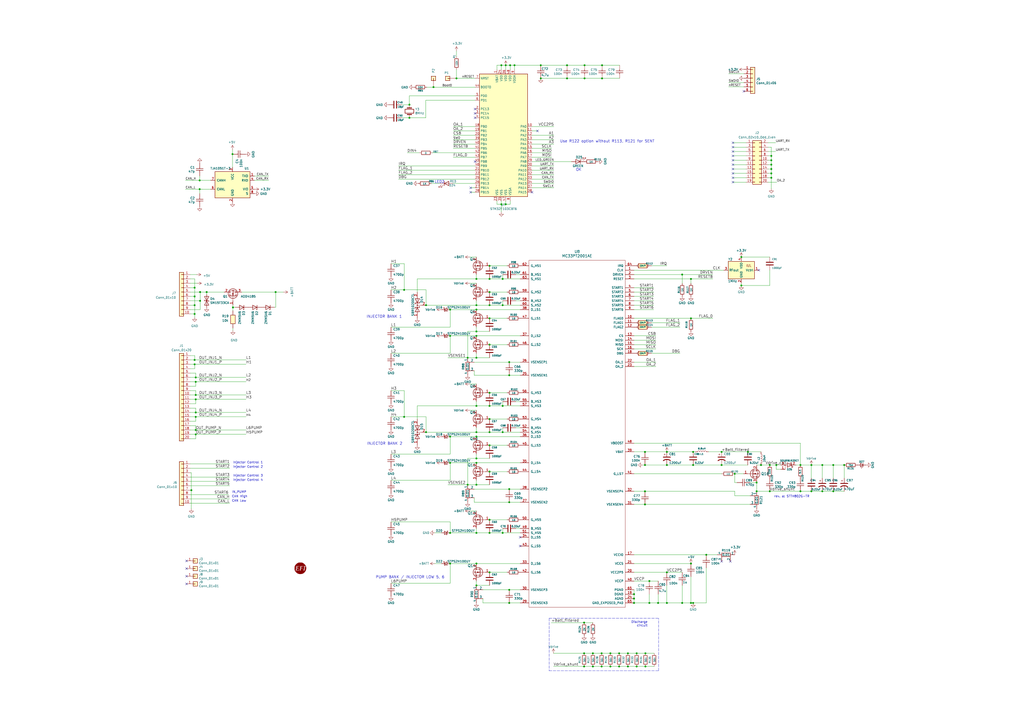
<source format=kicad_sch>
(kicad_sch (version 20230121) (generator eeschema)
  (paper "A2")
  (junction (at 418.592 269.748))
  (junction (at 295.402 210.058))
  (junction (at 283.972 199.898))
  (junction (at 113.538 221.488))
  (junction (at 283.972 250.698))
  (junction (at 276.352 265.938))
  (junction (at 113.538 218.948))
  (junction (at 276.352 235.458))
  (junction (at 470.662 284.988))
  (junction (at 386.842 349.758))
  (junction (at 438.912 284.988))
  (junction (at 450.342 269.748))
  (junction (at 276.352 268.478))
  (junction (at 477.012 269.748))
  (junction (at 116.078 174.498))
  (junction (at 276.352 207.518))
  (junction (at 271.272 281.178))
  (junction (at 113.538 241.808))
  (junction (at 237.49 68.326))
  (junction (at 291.592 161.798))
  (junction (at 447.421 90.424))
  (junction (at 447.421 100.584))
  (junction (at 110.998 284.353))
  (junction (at 283.972 227.838))
  (junction (at 283.972 309.118))
  (junction (at 283.972 273.558))
  (junction (at 369.316 386.588))
  (junction (at 386.842 269.748))
  (junction (at 374.142 292.608))
  (junction (at 113.538 231.648))
  (junction (at 369.316 378.968))
  (junction (at 112.903 182.118))
  (junction (at 283.972 177.038))
  (junction (at 135.128 178.308))
  (junction (at 447.421 95.504))
  (junction (at 338.836 361.188))
  (junction (at 381.762 349.758))
  (junction (at 364.236 386.588))
  (junction (at 237.49 60.706))
  (junction (at 395.732 159.258))
  (junction (at 247.142 250.698))
  (junction (at 426.212 274.828))
  (junction (at 283.972 154.178))
  (junction (at 374.396 386.588))
  (junction (at 447.421 98.044))
  (junction (at 464.312 269.748))
  (junction (at 291.592 250.698))
  (junction (at 290.83 37.846))
  (junction (at 291.592 309.118))
  (junction (at 489.712 269.748))
  (junction (at 367.792 344.678))
  (junction (at 339.09 45.466))
  (junction (at 291.592 177.038))
  (junction (at 409.702 321.818))
  (junction (at 283.972 161.798))
  (junction (at 470.662 269.748))
  (junction (at 115.824 104.648))
  (junction (at 374.142 284.988))
  (junction (at 313.69 45.466))
  (junction (at 343.916 386.588))
  (junction (at 283.972 301.498))
  (junction (at 271.272 207.518))
  (junction (at 283.972 331.978))
  (junction (at 295.402 349.758))
  (junction (at 354.076 386.588))
  (junction (at 234.442 241.808))
  (junction (at 276.352 179.578))
  (junction (at 261.112 309.118))
  (junction (at 400.812 326.898))
  (junction (at 374.396 378.968))
  (junction (at 354.076 378.968))
  (junction (at 376.682 349.758))
  (junction (at 247.142 177.038))
  (junction (at 113.538 249.428))
  (junction (at 261.112 179.578))
  (junction (at 430.022 165.608))
  (junction (at 386.842 331.978))
  (junction (at 276.352 192.278))
  (junction (at 402.082 262.128))
  (junction (at 418.592 262.128))
  (junction (at 400.812 184.658))
  (junction (at 400.812 161.798))
  (junction (at 276.352 326.898))
  (junction (at 113.538 229.108))
  (junction (at 483.362 284.988))
  (junction (at 283.972 235.458))
  (junction (at 261.112 253.238))
  (junction (at 295.91 37.846))
  (junction (at 119.888 169.418))
  (junction (at 328.93 45.466))
  (junction (at 276.352 194.818))
  (junction (at 291.592 235.458))
  (junction (at 477.012 284.988))
  (junction (at 338.836 378.968))
  (junction (at 376.682 337.058))
  (junction (at 293.37 118.491))
  (junction (at 112.903 211.328))
  (junction (at 433.832 262.128))
  (junction (at 364.236 378.968))
  (junction (at 339.09 37.846))
  (junction (at 112.903 171.958))
  (junction (at 446.532 269.748))
  (junction (at 438.912 279.908))
  (junction (at 134.874 89.408))
  (junction (at 283.972 258.318))
  (junction (at 261.112 326.898))
  (junction (at 348.996 386.588))
  (junction (at 283.972 243.078))
  (junction (at 464.312 284.988))
  (junction (at 328.93 37.846))
  (junction (at 293.37 37.846))
  (junction (at 374.142 262.128))
  (junction (at 430.022 149.098))
  (junction (at 295.402 217.678))
  (junction (at 447.421 103.124))
  (junction (at 446.532 284.988))
  (junction (at 283.972 184.658))
  (junction (at 402.082 269.748))
  (junction (at 441.452 269.748))
  (junction (at 348.996 378.968))
  (junction (at 113.538 251.968))
  (junction (at 349.25 37.846))
  (junction (at 276.352 161.798))
  (junction (at 159.893 169.418))
  (junction (at 113.538 239.268))
  (junction (at 483.362 269.748))
  (junction (at 116.078 169.418))
  (junction (at 295.402 342.138))
  (junction (at 359.156 386.588))
  (junction (at 115.824 109.728))
  (junction (at 402.082 349.758))
  (junction (at 276.352 250.698))
  (junction (at 349.25 45.466))
  (junction (at 338.836 386.588))
  (junction (at 234.442 168.148))
  (junction (at 261.112 268.478))
  (junction (at 386.842 262.128))
  (junction (at 295.402 291.338))
  (junction (at 290.83 118.491))
  (junction (at 276.352 309.118))
  (junction (at 400.812 349.758))
  (junction (at 359.156 378.968))
  (junction (at 264.795 45.466))
  (junction (at 276.352 253.238))
  (junction (at 395.732 349.758))
  (junction (at 298.45 37.846))
  (junction (at 261.112 194.818))
  (junction (at 251.46 50.546))
  (junction (at 313.69 37.846))
  (junction (at 343.916 378.968))
  (junction (at 367.792 347.218))
  (junction (at 374.142 269.748))
  (junction (at 112.903 208.788))
  (junction (at 295.402 283.718))
  (junction (at 112.903 166.878))
  (junction (at 367.792 349.758))
  (junction (at 447.421 92.964))
  (junction (at 112.903 177.038))
  (junction (at 276.352 339.598))
  (junction (at 276.352 281.178))
  (junction (at 276.352 177.038))
  (junction (at 283.972 169.418))
  (no_connect (at 425.196 98.044))
  (no_connect (at 108.204 334.264))
  (no_connect (at 275.59 68.326))
  (no_connect (at 425.196 103.124))
  (no_connect (at 425.196 105.664))
  (no_connect (at 440.182 156.718))
  (no_connect (at 108.204 338.709))
  (no_connect (at 425.196 95.504))
  (no_connect (at 311.785 75.946))
  (no_connect (at 273.05 111.506))
  (no_connect (at 425.196 92.964))
  (no_connect (at 308.61 111.506))
  (no_connect (at 108.204 329.819))
  (no_connect (at 301.752 311.658))
  (no_connect (at 423.672 325.628))
  (no_connect (at 275.59 65.786))
  (no_connect (at 425.196 82.804))
  (no_connect (at 418.592 325.628))
  (no_connect (at 273.05 108.966))
  (no_connect (at 275.59 63.246))
  (no_connect (at 431.546 52.959))
  (no_connect (at 108.204 325.374))
  (no_connect (at 425.196 100.584))
  (no_connect (at 275.59 93.726))
  (no_connect (at 301.752 316.738))
  (no_connect (at 425.196 87.884))
  (no_connect (at 425.196 85.344))
  (no_connect (at 425.196 90.424))
  (wire (pts (xy 234.442 168.148) (xy 247.142 168.148)))
  (wire (pts (xy 298.45 40.386) (xy 298.45 37.846)))
  (wire (pts (xy 275.082 215.138) (xy 275.082 217.678)))
  (wire (pts (xy 291.592 309.118) (xy 301.752 309.118)))
  (wire (pts (xy 293.37 116.586) (xy 293.37 118.491)))
  (wire (pts (xy 247.142 177.038) (xy 276.352 177.038)))
  (wire (pts (xy 261.112 326.898) (xy 276.352 326.898)))
  (wire (pts (xy 328.93 37.846) (xy 339.09 37.846)))
  (wire (pts (xy 446.532 165.608) (xy 446.532 156.718)))
  (wire (pts (xy 367.792 344.678) (xy 367.792 347.218)))
  (wire (pts (xy 369.316 386.588) (xy 374.396 386.588)))
  (wire (pts (xy 308.61 93.726) (xy 331.47 93.726)))
  (wire (pts (xy 364.236 378.968) (xy 369.316 378.968)))
  (wire (pts (xy 380.492 199.898) (xy 367.792 199.898)))
  (wire (pts (xy 261.112 309.118) (xy 276.352 309.118)))
  (wire (pts (xy 447.421 85.344) (xy 447.421 90.424)))
  (wire (pts (xy 113.538 231.648) (xy 142.748 231.648)))
  (wire (pts (xy 418.592 262.128) (xy 433.832 262.128)))
  (wire (pts (xy 135.128 178.308) (xy 135.128 180.213)))
  (wire (pts (xy 339.09 37.846) (xy 349.25 37.846)))
  (wire (pts (xy 299.212 232.918) (xy 301.752 232.918)))
  (wire (pts (xy 110.363 182.118) (xy 112.903 182.118)))
  (wire (pts (xy 290.83 37.846) (xy 293.37 37.846)))
  (wire (pts (xy 400.812 334.518) (xy 400.812 349.758)))
  (wire (pts (xy 447.421 92.964) (xy 447.421 95.504)))
  (wire (pts (xy 299.212 306.578) (xy 301.752 306.578)))
  (wire (pts (xy 134.874 89.408) (xy 134.874 97.028)))
  (wire (pts (xy 445.516 95.504) (xy 447.421 95.504)))
  (wire (pts (xy 275.082 288.798) (xy 275.082 291.338)))
  (wire (pts (xy 113.538 239.268) (xy 142.748 239.268)))
  (wire (pts (xy 262.89 86.106) (xy 275.59 86.106)))
  (wire (pts (xy 380.492 194.818) (xy 367.792 194.818)))
  (wire (pts (xy 276.352 174.498) (xy 276.352 177.038)))
  (wire (pts (xy 374.142 269.748) (xy 386.842 269.748)))
  (wire (pts (xy 276.352 265.938) (xy 283.972 265.938)))
  (wire (pts (xy 313.69 45.466) (xy 328.93 45.466)))
  (wire (pts (xy 237.49 55.626) (xy 275.59 55.626)))
  (wire (pts (xy 276.352 177.038) (xy 283.972 177.038)))
  (wire (pts (xy 226.822 338.328) (xy 261.112 338.328)))
  (wire (pts (xy 425.196 87.884) (xy 432.816 87.884)))
  (wire (pts (xy 237.49 68.326) (xy 247.015 68.326)))
  (wire (pts (xy 135.128 178.308) (xy 136.398 178.308)))
  (wire (pts (xy 426.212 274.828) (xy 426.212 279.908)))
  (wire (pts (xy 112.903 166.878) (xy 112.903 171.958)))
  (wire (pts (xy 251.46 50.546) (xy 275.59 50.546)))
  (wire (pts (xy 115.824 109.728) (xy 122.174 109.728)))
  (wire (pts (xy 386.842 339.598) (xy 386.842 349.758)))
  (wire (pts (xy 261.112 253.238) (xy 261.112 263.398)))
  (wire (pts (xy 273.05 108.966) (xy 275.59 108.966)))
  (wire (pts (xy 110.363 239.268) (xy 113.538 239.268)))
  (wire (pts (xy 261.112 268.478) (xy 261.112 278.638)))
  (wire (pts (xy 110.363 246.888) (xy 113.538 246.888)))
  (wire (pts (xy 272.542 149.098) (xy 276.352 149.098)))
  (wire (pts (xy 290.83 122.936) (xy 290.83 118.491)))
  (wire (pts (xy 425.196 100.584) (xy 432.816 100.584)))
  (wire (pts (xy 308.61 103.886) (xy 321.31 103.886)))
  (wire (pts (xy 449.961 82.804) (xy 445.516 82.804)))
  (wire (pts (xy 308.61 73.406) (xy 321.31 73.406)))
  (wire (pts (xy 113.538 224.028) (xy 113.538 221.488)))
  (wire (pts (xy 112.903 211.328) (xy 142.748 211.328)))
  (wire (pts (xy 447.421 100.584) (xy 447.421 103.124)))
  (wire (pts (xy 110.363 286.893) (xy 132.588 286.893)))
  (wire (pts (xy 112.903 208.788) (xy 142.748 208.788)))
  (wire (pts (xy 110.363 236.728) (xy 113.538 236.728)))
  (wire (pts (xy 291.592 159.258) (xy 291.592 161.798)))
  (wire (pts (xy 372.872 269.748) (xy 374.142 269.748)))
  (wire (pts (xy 313.69 37.846) (xy 328.93 37.846)))
  (wire (pts (xy 159.893 169.418) (xy 159.893 178.308)))
  (wire (pts (xy 271.272 207.518) (xy 271.272 192.278)))
  (wire (pts (xy 273.05 111.506) (xy 275.59 111.506)))
  (wire (pts (xy 283.972 161.798) (xy 291.592 161.798)))
  (wire (pts (xy 295.91 116.586) (xy 295.91 118.491)))
  (wire (pts (xy 288.29 116.586) (xy 288.29 118.491)))
  (wire (pts (xy 283.972 154.178) (xy 294.132 154.178)))
  (wire (pts (xy 113.538 244.348) (xy 113.538 241.808)))
  (wire (pts (xy 110.363 271.653) (xy 133.223 271.653)))
  (wire (pts (xy 386.842 331.978) (xy 395.732 331.978)))
  (wire (pts (xy 110.363 221.488) (xy 113.538 221.488)))
  (wire (pts (xy 112.903 182.118) (xy 112.903 184.023)))
  (wire (pts (xy 367.792 262.128) (xy 374.142 262.128)))
  (wire (pts (xy 250.19 106.426) (xy 255.27 106.426)))
  (wire (pts (xy 470.662 269.748) (xy 477.012 269.748)))
  (wire (pts (xy 110.363 249.428) (xy 113.538 249.428)))
  (wire (pts (xy 367.792 337.058) (xy 376.682 337.058)))
  (wire (pts (xy 430.022 164.338) (xy 430.022 165.608)))
  (wire (pts (xy 226.822 241.808) (xy 234.442 241.808)))
  (wire (pts (xy 261.112 253.238) (xy 276.352 253.238)))
  (wire (pts (xy 438.912 269.748) (xy 441.452 269.748)))
  (wire (pts (xy 295.91 40.386) (xy 295.91 37.846)))
  (wire (pts (xy 446.532 284.988) (xy 464.312 284.988)))
  (wire (pts (xy 374.396 386.588) (xy 379.476 386.588)))
  (wire (pts (xy 276.352 309.118) (xy 283.972 309.118)))
  (wire (pts (xy 275.082 291.338) (xy 295.402 291.338)))
  (wire (pts (xy 280.162 342.138) (xy 295.402 342.138)))
  (wire (pts (xy 425.196 103.124) (xy 432.816 103.124)))
  (wire (pts (xy 438.912 284.988) (xy 446.532 284.988)))
  (wire (pts (xy 418.592 269.748) (xy 433.832 269.748)))
  (wire (pts (xy 261.112 204.978) (xy 226.822 204.978)))
  (wire (pts (xy 386.842 269.748) (xy 402.082 269.748)))
  (wire (pts (xy 338.836 386.588) (xy 343.916 386.588)))
  (wire (pts (xy 409.702 349.758) (xy 409.702 329.438)))
  (wire (pts (xy 343.916 386.588) (xy 348.996 386.588)))
  (wire (pts (xy 445.516 90.424) (xy 447.421 90.424)))
  (wire (pts (xy 321.056 378.968) (xy 338.836 378.968)))
  (wire (pts (xy 477.012 284.988) (xy 483.362 284.988)))
  (wire (pts (xy 298.45 37.846) (xy 313.69 37.846)))
  (wire (pts (xy 359.156 378.968) (xy 364.236 378.968)))
  (wire (pts (xy 291.592 248.158) (xy 291.592 250.698)))
  (wire (pts (xy 247.142 250.698) (xy 276.352 250.698)))
  (wire (pts (xy 321.056 386.588) (xy 338.836 386.588)))
  (wire (pts (xy 275.59 45.466) (xy 264.795 45.466)))
  (wire (pts (xy 308.61 78.486) (xy 321.31 78.486)))
  (wire (pts (xy 308.61 106.426) (xy 321.31 106.426)))
  (wire (pts (xy 321.31 96.266) (xy 308.61 96.266)))
  (wire (pts (xy 116.078 174.498) (xy 116.078 169.418)))
  (wire (pts (xy 262.89 78.486) (xy 275.59 78.486)))
  (wire (pts (xy 276.352 207.518) (xy 283.972 207.518)))
  (wire (pts (xy 445.516 98.044) (xy 447.421 98.044)))
  (wire (pts (xy 400.812 349.758) (xy 402.082 349.758)))
  (wire (pts (xy 112.903 213.868) (xy 112.903 211.328)))
  (polyline (pts (xy 382.016 389.128) (xy 382.016 358.648)) (stroke (width 0) (type dash)))
  (wire (pts (xy 283.972 250.698) (xy 291.592 250.698)))
  (wire (pts (xy 367.792 347.218) (xy 367.792 349.758)))
  (wire (pts (xy 447.421 95.504) (xy 447.421 98.044)))
  (wire (pts (xy 425.196 82.804) (xy 432.816 82.804)))
  (wire (pts (xy 283.972 169.418) (xy 294.132 169.418)))
  (wire (pts (xy 395.732 349.758) (xy 400.812 349.758)))
  (wire (pts (xy 110.363 244.348) (xy 113.538 244.348)))
  (wire (pts (xy 308.61 81.026) (xy 321.31 81.026)))
  (wire (pts (xy 426.212 279.908) (xy 427.482 279.908)))
  (wire (pts (xy 135.128 190.373) (xy 135.128 191.643)))
  (wire (pts (xy 464.312 257.048) (xy 464.312 269.748)))
  (wire (pts (xy 293.37 37.846) (xy 293.37 40.386)))
  (wire (pts (xy 276.352 161.798) (xy 283.972 161.798)))
  (wire (pts (xy 283.972 331.978) (xy 294.132 331.978)))
  (wire (pts (xy 250.825 88.646) (xy 275.59 88.646)))
  (wire (pts (xy 283.972 177.038) (xy 291.592 177.038)))
  (wire (pts (xy 234.442 168.148) (xy 234.442 152.908)))
  (wire (pts (xy 226.822 226.568) (xy 234.442 226.568)))
  (wire (pts (xy 367.792 292.608) (xy 374.142 292.608)))
  (wire (pts (xy 113.538 249.428) (xy 142.748 249.428)))
  (wire (pts (xy 445.516 100.584) (xy 447.421 100.584)))
  (wire (pts (xy 113.538 246.888) (xy 113.538 249.428)))
  (wire (pts (xy 110.363 224.028) (xy 113.538 224.028)))
  (wire (pts (xy 426.212 274.828) (xy 431.292 274.828)))
  (wire (pts (xy 233.045 60.706) (xy 237.49 60.706)))
  (wire (pts (xy 425.196 90.424) (xy 432.816 90.424)))
  (wire (pts (xy 308.61 83.566) (xy 321.31 83.566)))
  (wire (pts (xy 261.112 326.898) (xy 261.112 338.328)))
  (wire (pts (xy 262.89 106.426) (xy 275.59 106.426)))
  (wire (pts (xy 110.363 208.788) (xy 112.903 208.788)))
  (wire (pts (xy 247.015 68.326) (xy 247.015 58.166)))
  (wire (pts (xy 409.702 321.818) (xy 416.052 321.818)))
  (wire (pts (xy 110.363 279.273) (xy 133.223 279.273)))
  (wire (pts (xy 299.212 248.158) (xy 301.752 248.158)))
  (wire (pts (xy 264.795 40.386) (xy 264.795 45.466)))
  (wire (pts (xy 354.076 386.588) (xy 359.156 386.588)))
  (wire (pts (xy 261.112 268.478) (xy 276.352 268.478)))
  (wire (pts (xy 276.352 248.158) (xy 276.352 250.698)))
  (wire (pts (xy 470.662 284.988) (xy 477.012 284.988)))
  (wire (pts (xy 293.37 37.846) (xy 295.91 37.846)))
  (wire (pts (xy 271.272 207.518) (xy 276.352 207.518)))
  (wire (pts (xy 425.196 92.964) (xy 432.816 92.964)))
  (wire (pts (xy 483.362 284.988) (xy 489.712 284.988)))
  (wire (pts (xy 376.682 349.758) (xy 381.762 349.758)))
  (wire (pts (xy 110.363 226.568) (xy 113.538 226.568)))
  (wire (pts (xy 369.316 378.968) (xy 374.396 378.968)))
  (wire (pts (xy 226.822 168.148) (xy 234.442 168.148)))
  (wire (pts (xy 119.888 169.418) (xy 130.048 169.418)))
  (wire (pts (xy 113.538 221.488) (xy 142.748 221.488)))
  (wire (pts (xy 110.363 177.038) (xy 112.903 177.038)))
  (wire (pts (xy 320.04 91.186) (xy 308.61 91.186)))
  (wire (pts (xy 276.352 194.818) (xy 301.752 194.818)))
  (wire (pts (xy 112.903 161.798) (xy 112.903 166.878)))
  (wire (pts (xy 275.082 210.058) (xy 295.402 210.058)))
  (wire (pts (xy 435.102 287.528) (xy 426.212 287.528)))
  (wire (pts (xy 400.812 161.798) (xy 413.512 161.798)))
  (wire (pts (xy 119.888 169.418) (xy 119.888 170.688)))
  (wire (pts (xy 379.222 177.038) (xy 367.792 177.038)))
  (wire (pts (xy 262.89 75.946) (xy 275.59 75.946)))
  (wire (pts (xy 288.29 118.491) (xy 290.83 118.491)))
  (wire (pts (xy 386.842 154.178) (xy 377.952 154.178)))
  (wire (pts (xy 354.076 378.968) (xy 359.156 378.968)))
  (wire (pts (xy 110.363 234.188) (xy 113.538 234.188)))
  (polyline (pts (xy 318.516 358.648) (xy 318.516 389.128)) (stroke (width 0) (type dash)))
  (wire (pts (xy 110.998 274.193) (xy 110.363 274.193)))
  (wire (pts (xy 367.792 257.048) (xy 464.312 257.048)))
  (wire (pts (xy 283.972 273.558) (xy 294.132 273.558)))
  (wire (pts (xy 367.792 179.578) (xy 379.222 179.578)))
  (wire (pts (xy 276.352 192.278) (xy 283.972 192.278)))
  (wire (pts (xy 113.538 216.408) (xy 113.538 218.948)))
  (wire (pts (xy 445.516 85.344) (xy 447.421 85.344)))
  (wire (pts (xy 447.421 90.424) (xy 447.421 92.964)))
  (wire (pts (xy 376.682 344.678) (xy 376.682 349.758)))
  (wire (pts (xy 477.012 269.748) (xy 477.012 277.368)))
  (wire (pts (xy 261.112 302.768) (xy 226.822 302.768)))
  (wire (pts (xy 247.142 177.038) (xy 247.142 168.148)))
  (wire (pts (xy 110.363 216.408) (xy 113.538 216.408)))
  (wire (pts (xy 147.574 104.648) (xy 155.829 104.648)))
  (wire (pts (xy 380.492 197.358) (xy 367.792 197.358)))
  (wire (pts (xy 110.363 241.808) (xy 113.538 241.808)))
  (wire (pts (xy 293.37 118.491) (xy 290.83 118.491)))
  (wire (pts (xy 295.402 349.758) (xy 301.752 349.758)))
  (wire (pts (xy 449.961 87.884) (xy 445.516 87.884)))
  (wire (pts (xy 237.49 60.706) (xy 237.49 55.626)))
  (wire (pts (xy 110.363 284.353) (xy 110.998 284.353)))
  (wire (pts (xy 291.592 177.038) (xy 301.752 177.038)))
  (wire (pts (xy 470.662 269.748) (xy 470.662 277.368)))
  (wire (pts (xy 226.822 263.398) (xy 261.112 263.398)))
  (wire (pts (xy 450.342 272.288) (xy 450.342 269.748)))
  (wire (pts (xy 236.22 88.646) (xy 243.205 88.646)))
  (wire (pts (xy 113.538 241.808) (xy 142.748 241.808)))
  (wire (pts (xy 113.538 234.188) (xy 113.538 231.648)))
  (wire (pts (xy 339.09 45.466) (xy 349.25 45.466)))
  (wire (pts (xy 261.112 194.818) (xy 261.112 204.978)))
  (wire (pts (xy 234.442 152.908) (xy 226.822 152.908)))
  (wire (pts (xy 299.212 159.258) (xy 301.752 159.258)))
  (wire (pts (xy 386.842 349.758) (xy 395.732 349.758)))
  (wire (pts (xy 262.89 91.186) (xy 275.59 91.186)))
  (wire (pts (xy 276.352 326.898) (xy 301.752 326.898)))
  (wire (pts (xy 477.012 269.748) (xy 483.362 269.748)))
  (wire (pts (xy 425.196 98.044) (xy 432.816 98.044)))
  (wire (pts (xy 400.812 184.658) (xy 413.512 184.658)))
  (wire (pts (xy 276.352 179.578) (xy 301.752 179.578)))
  (wire (pts (xy 280.162 349.758) (xy 280.162 347.218)))
  (wire (pts (xy 110.363 269.113) (xy 133.223 269.113)))
  (wire (pts (xy 377.952 204.978) (xy 394.462 204.978)))
  (wire (pts (xy 110.363 281.813) (xy 133.223 281.813)))
  (wire (pts (xy 261.112 179.578) (xy 276.352 179.578)))
  (wire (pts (xy 395.732 339.598) (xy 395.732 349.758)))
  (wire (pts (xy 134.874 86.868) (xy 134.874 89.408)))
  (wire (pts (xy 259.842 281.178) (xy 271.272 281.178)))
  (wire (pts (xy 379.222 171.958) (xy 367.792 171.958)))
  (wire (pts (xy 231.14 96.266) (xy 275.59 96.266)))
  (wire (pts (xy 311.785 75.946) (xy 308.61 75.946)))
  (wire (pts (xy 276.352 339.598) (xy 283.972 339.598)))
  (wire (pts (xy 377.952 187.198) (xy 394.462 187.198)))
  (wire (pts (xy 276.352 192.278) (xy 276.352 189.738)))
  (wire (pts (xy 112.903 206.248) (xy 112.903 208.788)))
  (wire (pts (xy 422.656 50.419) (xy 431.546 50.419)))
  (wire (pts (xy 110.363 166.878) (xy 112.903 166.878)))
  (wire (pts (xy 359.156 386.588) (xy 364.236 386.588)))
  (wire (pts (xy 395.732 159.258) (xy 395.732 164.338)))
  (wire (pts (xy 450.596 105.664) (xy 445.516 105.664)))
  (wire (pts (xy 231.14 103.886) (xy 275.59 103.886)))
  (wire (pts (xy 155.829 102.108) (xy 147.574 102.108)))
  (wire (pts (xy 271.272 281.178) (xy 276.352 281.178)))
  (wire (pts (xy 367.792 156.718) (xy 419.862 156.718)))
  (wire (pts (xy 288.29 37.846) (xy 290.83 37.846)))
  (wire (pts (xy 283.972 258.318) (xy 294.132 258.318)))
  (wire (pts (xy 233.045 68.326) (xy 237.49 68.326)))
  (wire (pts (xy 276.352 159.258) (xy 276.352 161.798)))
  (wire (pts (xy 110.363 213.868) (xy 112.903 213.868)))
  (wire (pts (xy 461.772 269.748) (xy 464.312 269.748)))
  (wire (pts (xy 447.421 103.124) (xy 447.421 109.474)))
  (wire (pts (xy 295.402 210.058) (xy 301.752 210.058)))
  (wire (pts (xy 275.082 217.678) (xy 295.402 217.678)))
  (wire (pts (xy 367.792 159.258) (xy 395.732 159.258)))
  (wire (pts (xy 110.363 291.973) (xy 133.223 291.973)))
  (wire (pts (xy 379.222 166.878) (xy 367.792 166.878)))
  (wire (pts (xy 433.832 262.128) (xy 441.452 262.128)))
  (wire (pts (xy 400.812 161.798) (xy 400.812 164.338)))
  (wire (pts (xy 115.824 104.648) (xy 122.174 104.648)))
  (wire (pts (xy 252.222 326.898) (xy 256.032 326.898)))
  (wire (pts (xy 410.972 262.128) (xy 418.592 262.128)))
  (wire (pts (xy 234.442 241.808) (xy 247.142 241.808)))
  (wire (pts (xy 247.015 58.166) (xy 275.59 58.166)))
  (polyline (pts (xy 318.516 358.648) (xy 382.016 358.648)) (stroke (width 0) (type dash)))
  (wire (pts (xy 402.082 262.128) (xy 403.352 262.128)))
  (wire (pts (xy 110.363 206.248) (xy 112.903 206.248)))
  (wire (pts (xy 276.352 337.058) (xy 276.352 339.598)))
  (wire (pts (xy 367.792 342.138) (xy 367.792 344.678)))
  (wire (pts (xy 291.592 306.578) (xy 291.592 309.118)))
  (wire (pts (xy 446.532 269.748) (xy 450.342 269.748)))
  (wire (pts (xy 395.732 159.258) (xy 413.512 159.258)))
  (wire (pts (xy 242.062 235.458) (xy 242.062 243.078)))
  (wire (pts (xy 447.421 98.044) (xy 447.421 100.584)))
  (wire (pts (xy 425.196 95.504) (xy 432.816 95.504)))
  (wire (pts (xy 113.538 229.108) (xy 142.748 229.108)))
  (wire (pts (xy 283.972 235.458) (xy 291.592 235.458)))
  (wire (pts (xy 116.078 169.418) (xy 119.888 169.418)))
  (wire (pts (xy 445.516 103.124) (xy 447.421 103.124)))
  (wire (pts (xy 112.903 161.798) (xy 110.363 161.798)))
  (wire (pts (xy 343.916 378.968) (xy 348.996 378.968)))
  (wire (pts (xy 242.062 169.418) (xy 242.062 161.798)))
  (wire (pts (xy 112.903 177.038) (xy 112.903 182.118)))
  (wire (pts (xy 376.682 337.058) (xy 381.762 337.058)))
  (wire (pts (xy 159.893 178.308) (xy 159.258 178.308)))
  (wire (pts (xy 247.65 50.546) (xy 251.46 50.546)))
  (wire (pts (xy 283.972 184.658) (xy 294.132 184.658)))
  (wire (pts (xy 425.196 105.664) (xy 432.816 105.664)))
  (wire (pts (xy 271.272 281.178) (xy 271.272 265.938)))
  (wire (pts (xy 110.363 231.648) (xy 113.538 231.648)))
  (wire (pts (xy 110.363 254.508) (xy 113.538 254.508)))
  (wire (pts (xy 425.196 85.344) (xy 432.816 85.344)))
  (wire (pts (xy 110.363 174.498) (xy 116.078 174.498)))
  (wire (pts (xy 113.538 254.508) (xy 113.538 251.968)))
  (wire (pts (xy 377.952 189.738) (xy 394.462 189.738)))
  (wire (pts (xy 295.402 283.718) (xy 301.752 283.718)))
  (wire (pts (xy 242.062 161.798) (xy 276.352 161.798)))
  (wire (pts (xy 276.352 204.978) (xy 276.352 207.518)))
  (wire (pts (xy 426.212 284.988) (xy 374.142 284.988)))
  (wire (pts (xy 367.792 184.658) (xy 400.812 184.658)))
  (wire (pts (xy 380.492 210.058) (xy 367.792 210.058)))
  (wire (pts (xy 110.998 274.193) (xy 110.998 284.353)))
  (wire (pts (xy 349.25 45.466) (xy 359.41 45.466)))
  (wire (pts (xy 374.142 292.608) (xy 435.102 292.608)))
  (wire (pts (xy 276.352 306.578) (xy 276.352 309.118)))
  (wire (pts (xy 364.236 386.588) (xy 369.316 386.588)))
  (wire (pts (xy 379.222 169.418) (xy 367.792 169.418)))
  (wire (pts (xy 271.272 265.938) (xy 276.352 265.938)))
  (wire (pts (xy 110.363 164.338) (xy 114.3 164.338)))
  (wire (pts (xy 116.078 179.578) (xy 116.078 174.498)))
  (wire (pts (xy 276.352 235.458) (xy 242.062 235.458)))
  (wire (pts (xy 290.83 40.386) (xy 290.83 37.846)))
  (wire (pts (xy 295.402 291.338) (xy 301.752 291.338)))
  (wire (pts (xy 113.538 218.948) (xy 142.748 218.948)))
  (wire (pts (xy 272.542 296.418) (xy 276.352 296.418)))
  (wire (pts (xy 489.712 269.748) (xy 489.712 277.368)))
  (wire (pts (xy 113.538 226.568) (xy 113.538 229.108)))
  (wire (pts (xy 464.312 284.988) (xy 470.662 284.988)))
  (wire (pts (xy 348.996 378.968) (xy 354.076 378.968)))
  (wire (pts (xy 107.569 109.728) (xy 115.824 109.728)))
  (wire (pts (xy 261.112 194.818) (xy 276.352 194.818)))
  (wire (pts (xy 231.14 101.346) (xy 275.59 101.346)))
  (wire (pts (xy 422.656 47.879) (xy 431.546 47.879)))
  (wire (pts (xy 402.082 269.748) (xy 418.592 269.748)))
  (wire (pts (xy 107.569 104.648) (xy 115.824 104.648)))
  (wire (pts (xy 367.792 161.798) (xy 400.812 161.798)))
  (wire (pts (xy 295.402 342.138) (xy 301.752 342.138)))
  (wire (pts (xy 483.362 269.748) (xy 489.712 269.748)))
  (wire (pts (xy 338.836 378.968) (xy 343.916 378.968)))
  (wire (pts (xy 280.162 349.758) (xy 295.402 349.758)))
  (wire (pts (xy 338.836 361.188) (xy 319.786 361.188)))
  (wire (pts (xy 140.208 169.418) (xy 159.893 169.418)))
  (wire (pts (xy 110.363 289.433) (xy 133.223 289.433)))
  (wire (pts (xy 386.842 262.128) (xy 402.082 262.128)))
  (wire (pts (xy 291.592 174.498) (xy 291.592 177.038)))
  (wire (pts (xy 381.762 344.678) (xy 381.762 349.758)))
  (wire (pts (xy 276.352 268.478) (xy 301.752 268.478)))
  (wire (pts (xy 276.352 253.238) (xy 301.752 253.238)))
  (wire (pts (xy 283.972 301.498) (xy 294.132 301.498)))
  (wire (pts (xy 379.222 174.498) (xy 367.792 174.498)))
  (wire (pts (xy 348.996 386.588) (xy 354.076 386.588)))
  (wire (pts (xy 450.342 269.748) (xy 452.882 269.748)))
  (wire (pts (xy 276.352 235.458) (xy 283.972 235.458)))
  (wire (pts (xy 338.836 361.188) (xy 343.916 361.188)))
  (wire (pts (xy 283.972 243.078) (xy 294.132 243.078)))
  (wire (pts (xy 298.45 37.846) (xy 295.91 37.846)))
  (wire (pts (xy 135.128 177.038) (xy 135.128 178.308)))
  (wire (pts (xy 247.142 250.698) (xy 247.142 241.808)))
  (wire (pts (xy 259.842 207.518) (xy 271.272 207.518)))
  (wire (pts (xy 308.61 108.966) (xy 321.31 108.966)))
  (wire (pts (xy 272.542 164.338) (xy 276.352 164.338)))
  (wire (pts (xy 367.792 326.898) (xy 400.812 326.898)))
  (wire (pts (xy 409.702 349.758) (xy 402.082 349.758)))
  (wire (pts (xy 159.893 169.418) (xy 164.338 169.418)))
  (wire (pts (xy 283.972 309.118) (xy 291.592 309.118)))
  (wire (pts (xy 115.824 102.108) (xy 115.824 104.648)))
  (wire (pts (xy 452.882 272.288) (xy 450.342 272.288)))
  (wire (pts (xy 430.022 149.098) (xy 446.532 149.098)))
  (wire (pts (xy 435.102 279.908) (xy 438.912 279.908)))
  (wire (pts (xy 367.792 321.818) (xy 409.702 321.818)))
  (wire (pts (xy 110.363 169.418) (xy 116.078 169.418)))
  (wire (pts (xy 262.89 83.566) (xy 275.59 83.566)))
  (wire (pts (xy 110.363 229.108) (xy 113.538 229.108)))
  (wire (pts (xy 110.363 211.328) (xy 112.903 211.328)))
  (wire (pts (xy 374.396 378.968) (xy 379.476 378.968)))
  (wire (pts (xy 271.272 192.278) (xy 276.352 192.278)))
  (wire (pts (xy 291.592 161.798) (xy 301.752 161.798)))
  (polyline (pts (xy 318.516 389.128) (xy 382.016 389.128)) (stroke (width 0) (type dash)))
  (wire (pts (xy 110.363 179.578) (xy 116.078 179.578)))
  (wire (pts (xy 381.762 349.758) (xy 386.842 349.758)))
  (wire (pts (xy 320.04 86.106) (xy 308.61 86.106)))
  (wire (pts (xy 275.59 81.026) (xy 262.89 81.026)))
  (wire (pts (xy 113.538 236.728) (xy 113.538 239.268)))
  (wire (pts (xy 308.61 98.806) (xy 321.31 98.806)))
  (wire (pts (xy 110.363 251.968) (xy 113.538 251.968)))
  (wire (pts (xy 275.082 283.718) (xy 295.402 283.718)))
  (wire (pts (xy 262.89 73.406) (xy 275.59 73.406)))
  (wire (pts (xy 276.352 235.458) (xy 276.352 232.918)))
  (wire (pts (xy 231.14 98.806) (xy 275.59 98.806)))
  (wire (pts (xy 115.824 109.728) (xy 115.824 112.268)))
  (wire (pts (xy 422.656 42.799) (xy 431.546 42.799)))
  (wire (pts (xy 110.363 276.733) (xy 133.223 276.733)))
  (wire (pts (xy 272.542 237.998) (xy 276.352 237.998)))
  (wire (pts (xy 430.022 165.608) (xy 446.532 165.608)))
  (wire (pts (xy 272.542 222.758) (xy 276.352 222.758)))
  (wire (pts (xy 374.142 262.128) (xy 386.842 262.128)))
  (wire (pts (xy 483.362 269.748) (xy 483.362 277.368)))
  (wire (pts (xy 426.212 287.528) (xy 426.212 284.988)))
  (wire (pts (xy 291.592 250.698) (xy 301.752 250.698)))
  (wire (pts (xy 445.516 92.964) (xy 447.421 92.964)))
  (wire (pts (xy 283.972 281.178) (xy 276.352 281.178)))
  (wire (pts (xy 328.93 45.466) (xy 339.09 45.466)))
  (wire (pts (xy 261.112 189.738) (xy 226.822 189.738)))
  (wire (pts (xy 252.222 309.118) (xy 256.032 309.118)))
  (wire (pts (xy 283.972 199.898) (xy 294.132 199.898)))
  (wire (pts (xy 464.312 269.748) (xy 470.662 269.748)))
  (wire (pts (xy 367.792 274.828) (xy 418.592 274.828)))
  (wire (pts (xy 276.352 250.698) (xy 283.972 250.698)))
  (wire (pts (xy 299.212 174.498) (xy 301.752 174.498)))
  (wire (pts (xy 295.91 118.491) (xy 293.37 118.491)))
  (wire (pts (xy 441.452 269.748) (xy 446.532 269.748)))
  (wire (pts (xy 367.792 284.988) (xy 374.142 284.988)))
  (wire (pts (xy 110.998 284.353) (xy 110.998 295.148)))
  (wire (pts (xy 110.363 171.958) (xy 112.903 171.958)))
  (wire (pts (xy 283.972 227.838) (xy 294.132 227.838)))
  (wire (pts (xy 349.25 37.846) (xy 359.41 37.846)))
  (wire (pts (xy 264.795 32.766) (xy 264.795 29.591)))
  (wire (pts (xy 295.402 217.678) (xy 301.752 217.678)))
  (wire (pts (xy 291.592 232.918) (xy 291.592 235.458)))
  (wire (pts (xy 380.492 212.598) (xy 367.792 212.598)))
  (wire (pts (xy 261.112 309.118) (xy 261.112 302.768)))
  (wire (pts (xy 380.492 202.438) (xy 367.792 202.438)))
  (wire (pts (xy 276.352 263.398) (xy 276.352 265.938)))
  (wire (pts (xy 112.903 171.958) (xy 112.903 177.038)))
  (wire (pts (xy 226.822 278.638) (xy 261.112 278.638)))
  (wire (pts (xy 290.83 118.491) (xy 290.83 116.586)))
  (wire (pts (xy 234.442 226.568) (xy 234.442 241.808)))
  (wire (pts (xy 367.792 349.758) (xy 376.682 349.758)))
  (wire (pts (xy 288.29 40.386) (xy 288.29 37.846)))
  (wire (pts (xy 308.61 101.346) (xy 321.31 101.346)))
  (wire (pts (xy 113.9952 159.258) (xy 110.363 159.258)))
  (wire (pts (xy 301.752 235.458) (xy 291.592 235.458)))
  (wire (pts (xy 110.363 218.948) (xy 113.538 218.948)))
  (wire (pts (xy 438.912 279.908) (xy 438.912 284.988)))
  (wire (pts (xy 261.112 179.578) (xy 261.112 189.738)))
  (wire (pts (xy 276.352 281.178) (xy 276.352 278.638)))
  (wire (pts (xy 113.538 251.968) (xy 142.748 251.968)))
  (wire (pts (xy 367.792 331.978) (xy 386.842 331.978)))
  (wire (pts (xy 320.04 88.646) (xy 308.61 88.646)))
  (text "OK" (at 334.01 99.441 0) (effects (font (size 1.524 1.524)) (justify left bottom)))
  (text "LED2" (at 252.095 106.426 0) (effects (font (size 1.524 1.524)) (justify left bottom)))
  (text "CAN High" (at 134.493 288.798 0) (effects (font (size 1.27 1.27)) (justify left bottom)))
  (text "INJECTOR BANK 1\n" (at 233.172 184.658 0) (effects (font (size 1.524 1.524)) (justify right bottom)))
  (text "Injector Control 1" (at 135.128 269.113 0) (effects (font (size 1.27 1.27)) (justify left bottom)))
  (text "Use R122 option without R113, R121 for SENT" (at 379.73 82.931 0) (effects (font (size 1.524 1.524)) (justify right bottom)))
  (text "CAN Low" (at 134.493 291.338 0) (effects (font (size 1.27 1.27)) (justify left bottom)))
  (text "PUMP BANK / INJECTOR LOW 5, 6" (at 217.932 335.788 0) (effects (font (size 1.524 1.524)) (justify left bottom)))
  (text "rev. a: STTH802G-TR" (at 449.072 288.798 0) (effects (font (size 1.27 1.27)) (justify left bottom)))
  (text "INJECTOR BANK 2\n" (at 212.852 258.318 0) (effects (font (size 1.524 1.524)) (justify left bottom)))
  (text "IN_PUMP\n" (at 134.493 286.258 0) (effects (font (size 1.27 1.27)) (justify left bottom)))
  (text "Injector Control 2" (at 135.128 271.653 0) (effects (font (size 1.27 1.27)) (justify left bottom)))
  (text "Injector Control 3" (at 135.128 276.733 0) (effects (font (size 1.27 1.27)) (justify left bottom)))
  (text "Injector Control 4" (at 135.128 279.273 0) (effects (font (size 1.27 1.27)) (justify left bottom)))
  (text "Discharge\ncircuit" (at 375.666 363.728 0) (effects (font (size 1.27 1.27)) (justify right bottom)))
  (label "nRESET" (at 422.656 50.419 0))
  (label "L3" (at 142.748 229.108 0) (effects (font (size 1.524 1.524))))
  (label "SWCLK" (at 422.656 42.799 0))
  (label "UART_TX" (at 321.31 96.266 180))
  (label "L6PUMP" (at 226.822 338.328 0) (effects (font (size 1.524 1.524))))
  (label "L2" (at 142.748 218.948 0) (effects (font (size 1.524 1.524))))
  (label "A1" (at 321.31 78.486 180) (effects (font (size 1.524 1.524))))
  (label "VSENSE1" (at 259.842 207.518 0) (effects (font (size 1.524 1.524))))
  (label "L4" (at 226.822 278.638 0) (effects (font (size 1.524 1.524))))
  (label "CSB" (at 262.89 78.486 0) (effects (font (size 1.524 1.524))))
  (label "H3" (at 226.822 226.568 0) (effects (font (size 1.524 1.524))))
  (label "FLAG_2" (at 394.462 189.738 180) (effects (font (size 1.524 1.524))))
  (label "CSB" (at 380.492 194.818 180) (effects (font (size 1.524 1.524))))
  (label "CAN_RX" (at 321.31 101.346 180))
  (label "H5PUMP" (at 142.748 251.968 0) (effects (font (size 1.524 1.524))))
  (label "IRQ" (at 231.14 96.266 0) (effects (font (size 1.524 1.524))))
  (label "UART_TX" (at 449.961 87.884 0))
  (label "FLAG_0" (at 413.512 184.658 180) (effects (font (size 1.524 1.524))))
  (label "FLAG_2" (at 231.14 101.346 0) (effects (font (size 1.524 1.524))))
  (label "OA_2" (at 450.596 105.664 0))
  (label "CLK" (at 417.957 156.718 180) (effects (font (size 1.524 1.524))))
  (label "CAN_TX" (at 155.829 102.108 180))
  (label "START4" (at 133.223 279.273 180) (effects (font (size 1.524 1.524))))
  (label "CAN_H" (at 133.223 289.433 180) (effects (font (size 1.524 1.524))))
  (label "H3" (at 142.748 231.648 0) (effects (font (size 1.524 1.524))))
  (label "START5" (at 379.222 177.038 180) (effects (font (size 1.524 1.524))))
  (label "OUT_INJ4_P" (at 128.778 241.808 180) (effects (font (size 1.524 1.524))))
  (label "H1" (at 142.748 211.328 0) (effects (font (size 1.524 1.524))))
  (label "RESETB" (at 413.512 161.798 180) (effects (font (size 1.524 1.524))))
  (label "MISO" (at 380.492 199.898 180) (effects (font (size 1.524 1.524))))
  (label "OUT_INJ2_P" (at 128.778 221.488 180) (effects (font (size 1.524 1.524))))
  (label "SCLK" (at 320.04 86.106 180) (effects (font (size 1.524 1.524))))
  (label "MOSI" (at 320.04 91.186 180) (effects (font (size 1.524 1.524))))
  (label "H2" (at 226.822 168.148 0) (effects (font (size 1.524 1.524))))
  (label "START6" (at 132.588 286.893 180) (effects (font (size 1.524 1.524))))
  (label "DIN4" (at 236.22 88.646 0) (effects (font (size 1.524 1.524))))
  (label "L6PUMP" (at 142.748 249.428 0) (effects (font (size 1.524 1.524))))
  (label "Vdrive_coil" (at 443.992 269.748 0) (effects (font (size 1.524 1.524))))
  (label "L2" (at 226.822 204.978 0) (effects (font (size 1.524 1.524))))
  (label "Boot0" (at 256.54 50.546 0))
  (label "OUT_INJ1_N" (at 128.778 208.788 180) (effects (font (size 1.524 1.524))))
  (label "OA_1" (at 380.492 210.058 180) (effects (font (size 1.524 1.524))))
  (label "A2" (at 321.31 81.026 180) (effects (font (size 1.524 1.524))))
  (label "OUT_INJ1_P" (at 128.778 211.328 180) (effects (font (size 1.524 1.524))))
  (label "START4" (at 379.222 174.498 180) (effects (font (size 1.524 1.524))))
  (label "START1" (at 379.222 166.878 180) (effects (font (size 1.524 1.524))))
  (label "VCC2P5" (at 321.31 73.406 180) (effects (font (size 1.524 1.524))))
  (label "H2" (at 142.748 221.488 0))
  (label "OA_2" (at 262.89 75.946 0) (effects (font (size 1.524 1.524))))
  (label "FLAG_1" (at 231.14 98.806 0) (effects (font (size 1.524 1.524))))
  (label "FLAG_0" (at 262.89 91.186 0) (effects (font (size 1.524 1.524))))
  (label "START2" (at 133.223 271.653 180) (effects (font (size 1.524 1.524))))
  (label "SWDIO" (at 321.31 106.426 180))
  (label "CAN_TX" (at 321.31 103.886 180))
  (label "DRVEN" (at 413.512 159.258 180) (effects (font (size 1.524 1.524))))
  (label "OUT_INJ3_N" (at 128.778 229.108 180) (effects (font (size 1.524 1.524))))
  (label "DRVEN" (at 262.89 83.566 0) (effects (font (size 1.524 1.524))))
  (label "Vdrive_shunt" (at 321.056 386.588 0) (effects (font (size 1.524 1.524))))
  (label "A3" (at 321.31 83.566 180) (effects (font (size 1.524 1.524))))
  (label "SWO" (at 262.89 81.026 0))
  (label "START1" (at 133.223 269.113 180) (effects (font (size 1.524 1.524))))
  (label "OUT_PUMP_P" (at 113.538 251.968 0) (effects (font (size 1.524 1.524))))
  (label "START6" (at 379.222 179.578 180) (effects (font (size 1.524 1.524))))
  (label "START2" (at 379.222 169.418 180) (effects (font (size 1.524 1.524))))
  (label "FLAG_1" (at 394.462 187.198 180) (effects (font (size 1.524 1.524))))
  (label "L4" (at 142.748 239.268 0) (effects (font (size 1.524 1.524))))
  (label "UART_RX" (at 449.961 82.804 0))
  (label "CAN_L" (at 107.569 109.728 0))
  (label "H4" (at 142.748 241.808 0))
  (label "L1" (at 226.822 189.738 0) (effects (font (size 1.524 1.524))))
  (label "OUT_PUMP_N" (at 113.538 249.428 0) (effects (font (size 1.524 1.524))))
  (label "CAN_RX" (at 155.829 104.648 180))
  (label "SWDIO" (at 422.656 47.879 0))
  (label "DBG" (at 394.462 204.978 180) (effects (font (size 1.524 1.524))))
  (label "CAN_H" (at 107.569 104.648 0))
  (label "H1" (at 226.822 152.908 0) (effects (font (size 1.524 1.524))))
  (label "DBG" (at 231.14 103.886 0) (effects (font (size 1.524 1.524))))
  (label "MISO" (at 320.04 88.646 180) (effects (font (size 1.524 1.524))))
  (label "UART_RX" (at 321.31 98.806 180))
  (label "OUT_INJ2_N" (at 128.778 218.948 180) (effects (font (size 1.524 1.524))))
  (label "H4" (at 226.822 241.808 0) (effects (font (size 1.524 1.524))))
  (label "VCC2P5" (at 386.842 331.978 0) (effects (font (size 1.524 1.524))))
  (label "OUT_INJ3_P" (at 128.778 231.648 180) (effects (font (size 1.524 1.524))))
  (label "SCLK" (at 380.492 202.438 180) (effects (font (size 1.524 1.524))))
  (label "START3" (at 133.223 276.733 180) (effects (font (size 1.524 1.524))))
  (label "VSENSE2" (at 259.842 281.178 0) (effects (font (size 1.524 1.524))))
  (label "L1" (at 142.748 208.788 0) (effects (font (size 1.524 1.524))))
  (label "nRESET" (at 267.97 45.466 0))
  (label "START3" (at 379.222 171.958 180) (effects (font (size 1.524 1.524))))
  (label "SWCLK" (at 321.31 108.966 180))
  (label "OUT_INJ4_N" (at 128.778 239.268 180) (effects (font (size 1.524 1.524))))
  (label "CAN_L" (at 133.223 291.973 180) (effects (font (size 1.524 1.524))))
  (label "L3" (at 226.822 263.398 0) (effects (font (size 1.524 1.524))))
  (label "Vdrive_shunt" (at 446.532 284.988 0) (effects (font (size 1.524 1.524))))
  (label "H5PUMP" (at 226.822 302.768 0) (effects (font (size 1.524 1.524))))
  (label "OA_1" (at 262.89 73.406 0) (effects (font (size 1.524 1.524))))
  (label "+Batt_filtered" (at 319.786 361.188 0) (effects (font (size 1.524 1.524))))
  (label "RESETB" (at 262.89 86.106 0) (effects (font (size 1.524 1.524))))
  (label "+Batt_filtered" (at 418.592 262.128 0) (effects (font (size 1.524 1.524))))
  (label "LED_GREEN" (at 321.31 93.726 180))
  (label "VCCP" (at 367.792 337.058 0) (effects (font (size 1.524 1.524))))
  (label "OA_2" (at 380.492 212.598 180) (effects (font (size 1.524 1.524))))
  (label "MOSI" (at 380.492 197.358 180) (effects (font (size 1.524 1.524))))
  (label "START5" (at 133.223 281.813 180) (effects (font (size 1.524 1.524))))
  (label "IRQ" (at 386.842 154.178 180) (effects (font (size 1.524 1.524))))
  (symbol (lib_id "Device:LED_Small") (at 499.872 269.748 180) (unit 1)
    (property "Reference" "D27" (at 499.872 267.843 0) (effects (font (size 1.016 1.016))))
    (property "Value" "LED_Small" (effects hide))
    (property "Footprint" "LED_SMD:LED_0805_2012Metric" (effects hide))
    (property "LCSC" "C2296" (effects hide))
    (property "PN" "KT-0805Y" (effects hide))
  )
  (symbol (lib_id "Device:R_Shunt") (at 438.912 290.068 0) (mirror y) (unit 1)
    (property "Reference" "R121" (at 441.452 290.068 90))
    (property "Value" "0.01" (at 438.912 290.068 90))
    (property "Footprint" "kicad6-libraries:Shunt_1206" (effects hide))
    (property "LCSC" "C309628" (effects hide))
    (property "PN" "RC1206FR-0710ML" (effects hide))
  )
  (symbol (lib_id "power:GND") (at 430.022 165.608 0) (unit 1)
    (property "Reference" "#PWR0136" (effects hide))
    (property "Value" "GND" (at 430.022 169.418 0))
  )
  (symbol (lib_id "hellen-one-common:Cap") (at 464.312 281.178 270) (mirror x) (unit 1)
    (property "Reference" "C93" (at 461.5179 280.0286 90) (effects (justify right)))
    (property "Value" "330p" (at 461.5179 282.3273 90) (effects (justify right)))
    (property "Footprint" "hellen-one-common:C0603" (effects hide))
    (property "LCSC" "C576850" (effects hide))
    (property "PN" "CC0603KRX7R0BB331" (effects hide))
  )
  (symbol (lib_id "Device:R") (at 243.84 50.546 270) (unit 1)
    (property "Reference" "R85" (at 243.84 52.578 90) (effects (font (size 1.016 1.016))))
    (property "Value" "10K" (at 243.8654 50.7238 90) (effects (font (size 1.016 1.016))))
    (property "Footprint" "Resistor_SMD:R_0603_1608Metric" (effects hide))
    (property "LCSC" "C25804" (effects hide))
    (property "PN" "RC0603FR-0710KL" (effects hide))
  )
  (symbol (lib_id "power:GND") (at 338.836 368.808 0) (unit 1)
    (property "Reference" "#PWR0139" (effects hide))
    (property "Value" "GND" (at 338.836 372.618 0))
  )
  (symbol (lib_id "Device:D_Schottky_AKA") (at 457.962 269.748 180) (unit 1)
    (property "Reference" "D26" (at 457.962 272.288 0) (effects (font (size 1.016 1.016))))
    (property "Value" "SDURB1020CT" (at 457.962 267.208 0) (effects (font (size 1.016 1.016))))
    (property "Footprint" "Package_TO_SOT_SMD:TO-263-2" (effects hide))
    (property "LCSC" "C260365" (effects hide))
    (property "PN" "SDURB1020CT" (effects hide))
  )
  (symbol (lib_id "Device:C") (at 483.362 281.178 0) (mirror y) (unit 1)
    (property "Reference" "C96" (at 485.902 278.638 0) (effects (font (size 1.016 1.016)) (justify left)))
    (property "Value" "0.22uF" (at 488.7991 283.8375 0) (effects (font (size 1.016 1.016)) (justify left)))
    (property "Footprint" "Capacitor_SMD:C_0805_2012Metric" (effects hide))
    (property "LCSC" "C342873" (effects hide))
    (property "PN" "CL21B224KBFNNNF" (effects hide))
  )
  (symbol (lib_id "power:+BATT") (at 272.542 296.418 90) (unit 1)
    (property "Reference" "#PWR0120" (effects hide))
    (property "Value" "+BATT" (at 266.192 296.418 90))
  )
  (symbol (lib_id "Device:C") (at 433.832 265.938 0) (mirror y) (unit 1)
    (property "Reference" "C90" (at 436.372 263.398 0) (effects (font (size 1.016 1.016)) (justify left)))
    (property "Value" "0.22uF" (at 440.182 268.478 0) (effects (font (size 1.016 1.016)) (justify left)))
    (property "Footprint" "Capacitor_SMD:C_0805_2012Metric" (effects hide))
    (property "LCSC" "C342873" (effects hide))
    (property "PN" "CL21B224KBFNNNF" (effects hide))
  )
  (symbol (lib_id "Device:D_Schottky_Dual_CommonCathode_AKA") (at 242.062 250.698 90) (unit 1)
    (property "Reference" "D15" (at 244.602 249.428 0) (effects (justify left)))
    (property "Value" "SBR10200CTL" (at 239.522 257.048 0) (effects (justify left)))
    (property "Footprint" "Package_TO_SOT_SMD:TO-252-2" (effects hide))
    (property "LCSC" "C135494" (effects hide))
    (property "PN" "MBRD10100CTTR" (effects hide))
  )
  (symbol (lib_id "Device:Crystal") (at 237.49 64.516 270) (unit 1)
    (property "Reference" "Y3" (at 240.8174 63.3476 90) (effects (justify left)))
    (property "Value" "8MHz" (at 240.8174 65.659 90) (effects (justify left)))
    (property "Footprint" "Crystal:Crystal_SMD_5032-2Pin_5.0x3.2mm" (effects hide))
    (property "LCSC" "C115962" (effects hide))
    (property "PN" "X50328MSB2GI" (effects hide))
  )
  (symbol (lib_id "Device:R") (at 343.916 382.778 0) (unit 1)
    (property "Reference" "R127" (at 341.376 382.778 90) (effects (font (size 1.016 1.016))))
    (property "Value" "56k" (at 344.0938 382.7526 90) (effects (font (size 1.016 1.016))))
    (property "Footprint" "Resistor_SMD:R_0805_2012Metric" (effects hide))
    (property "LCSC" "C17756" (effects hide))
    (property "PN" "RC0805FR-0756KL" (effects hide))
  )
  (symbol (lib_id "power:Vdrive") (at 272.542 164.338 90) (unit 1)
    (property "Reference" "#PWR0117" (effects hide))
    (property "Value" "Vdrive" (at 266.192 164.338 90))
  )
  (symbol (lib_id "power:+5V") (at 400.812 326.898 0) (unit 1)
    (property "Reference" "#PWR0132" (effects hide))
    (property "Value" "+5V" (at 400.812 323.088 0))
  )
  (symbol (lib_id "hellen-one-common:Cap") (at 295.402 345.948 90) (unit 1)
    (property "Reference" "C71" (at 298.1961 344.7986 90) (effects (justify right)))
    (property "Value" "330p" (at 298.1961 347.0973 90) (effects (justify right)))
    (property "Footprint" "hellen-one-common:C0603" (effects hide))
    (property "LCSC" "C576850" (effects hide))
    (property "PN" "CC0603KRX7R0BB331" (effects hide))
  )
  (symbol (lib_id "Device:R") (at 343.916 364.998 0) (unit 1)
    (property "Reference" "R126" (at 341.376 364.998 90) (effects (font (size 1.016 1.016))))
    (property "Value" "2K" (at 344.0938 364.9726 90) (effects (font (size 1.016 1.016))))
    (property "Footprint" "Resistor_SMD:R_1206_3216Metric" (effects hide))
    (property "LCSC" "C17944" (effects hide))
    (property "PN" "RC1206FR-072KL" (effects hide))
  )
  (symbol (lib_id "Device:R_Shunt") (at 271.272 286.258 0) (unit 1)
    (property "Reference" "R89" (at 268.732 286.258 90))
    (property "Value" "0.01" (at 271.272 286.258 90))
    (property "Footprint" "kicad6-libraries:Shunt_1206" (effects hide))
    (property "LCSC" "C309628" (effects hide))
    (property "PN" "RC1206FR-0710ML" (effects hide))
  )
  (symbol (lib_id "power:GND") (at 226.822 212.598 0) (unit 1)
    (property "Reference" "#PWR089" (effects hide))
    (property "Value" "GND" (at 226.822 216.408 0))
  )
  (symbol (lib_id "power:GND") (at 400.812 192.278 0) (unit 1)
    (property "Reference" "#PWR0131" (effects hide))
    (property "Value" "GND" (at 400.812 196.088 0))
  )
  (symbol (lib_id "hellen-one-common:Cap") (at 374.142 288.798 270) (mirror x) (unit 1)
    (property "Reference" "C77" (at 371.3479 287.6486 90) (effects (justify right)))
    (property "Value" "330p" (at 371.3479 289.9473 90) (effects (justify right)))
    (property "Footprint" "hellen-one-common:C0603" (effects hide))
    (property "LCSC" "C576850" (effects hide))
    (property "PN" "CC0603KRX7R0BB331" (effects hide))
  )
  (symbol (lib_id "Device:D_Schottky_Small") (at 258.572 326.898 0) (unit 1)
    (property "Reference" "D22" (at 254.762 325.628 0))
    (property "Value" "STPS2H100UY" (at 266.192 325.628 0))
    (property "Footprint" "Diode_SMD:D_SMB" (effects hide))
    (property "LCSC" "C163541" (effects hide))
    (property "PN" "STPS2H100U" (effects hide))
  )
  (symbol (lib_id "Device:D_Schottky_Small") (at 258.572 179.578 0) (unit 1)
    (property "Reference" "D16" (at 254.762 178.308 0))
    (property "Value" "STPS2H100UY" (at 266.192 178.308 0))
    (property "Footprint" "Diode_SMD:D_SMB" (effects hide))
    (property "LCSC" "C163541" (effects hide))
    (property "PN" "STPS2H100U" (effects hide))
  )
  (symbol (lib_id "hellen-one-common:Cap") (at 431.292 279.908 180) (unit 1)
    (property "Reference" "C89" (at 432.562 278.638 0) (effects (justify right)))
    (property "Value" "470p" (at 432.562 281.178 0) (effects (justify right)))
    (property "Footprint" "hellen-one-common:C0603" (effects hide))
    (property "LCSC" "C525649" (effects hide))
    (property "PN" "CL10C471JC8NNNC" (effects hide))
  )
  (symbol (lib_id "Device:R") (at 247.015 88.646 90) (mirror x) (unit 1)
    (property "Reference" "R87" (at 252.73 88.011 90) (effects (font (size 1.016 1.016))))
    (property "Value" "0" (at 246.9896 88.8238 90) (effects (font (size 1.016 1.016))))
    (property "Footprint" "Resistor_SMD:R_0603_1608Metric" (effects hide))
    (property "LCSC" "C21189" (effects hide))
    (property "PN" "RC0603JR-070RL" (effects hide))
  )
  (symbol (lib_id "power:GND") (at 276.352 349.758 0) (unit 1)
    (property "Reference" "#PWR0121" (effects hide))
    (property "Value" "GND" (at 276.352 353.568 0))
  )
  (symbol (lib_id "hellen-one-common:Cap") (at 295.402 213.868 90) (unit 1)
    (property "Reference" "C66" (at 298.1961 212.7186 90) (effects (justify right)))
    (property "Value" "330p" (at 298.1961 215.0173 90) (effects (justify right)))
    (property "Footprint" "hellen-one-common:C0603" (effects hide))
    (property "LCSC" "C576850" (effects hide))
    (property "PN" "CC0603KRX7R0BB331" (effects hide))
  )
  (symbol (lib_id "hellen-one-common:Cap") (at 138.684 89.408 0) (mirror y) (unit 1)
    (property "Reference" "C4" (at 137.5346 92.2021 90) (effects (justify right)))
    (property "Value" "100n" (at 139.8333 92.2021 90) (effects (justify right)))
    (property "Footprint" "hellen-one-common:C0603" (effects hide))
    (property "LCSC" "C14663" (effects hide))
    (property "PN" "CC0603KRX7R9BB104" (effects hide))
  )
  (symbol (lib_id "power:GND") (at 240.03 50.546 270) (unit 1)
    (property "Reference" "#PWR0110" (effects hide))
    (property "Value" "GND" (at 236.7788 50.673 90) (effects (justify right)))
  )
  (symbol (lib_id "Device:C") (at 283.972 188.468 0) (mirror x) (unit 1)
    (property "Reference" "C54" (at 285.242 185.928 0) (effects (font (size 1.016 1.016)) (justify left)))
    (property "Value" "1000pF" (at 285.242 191.008 0) (effects (font (size 1.016 1.016)) (justify left)))
    (property "Footprint" "Capacitor_SMD:C_0603_1608Metric" (effects hide))
    (property "LCSC" "C106247" (effects hide))
    (property "PN" "CC0603KRX7R0BB102" (effects hide))
  )
  (symbol (lib_id "power:GND") (at 226.822 160.528 0) (unit 1)
    (property "Reference" "#PWR086" (effects hide))
    (property "Value" "GND" (at 226.822 164.338 0))
  )
  (symbol (lib_id "hellen-one-common:Cap") (at 339.09 41.656 270) (mirror x) (unit 1)
    (property "Reference" "C74" (at 336.2959 40.5066 90) (effects (justify right)))
    (property "Value" "100n" (at 336.2959 42.8053 90) (effects (justify right)))
    (property "Footprint" "hellen-one-common:C0603" (effects hide))
    (property "LCSC" "C14663" (effects hide))
    (property "PN" "CC0603KRX7R9BB104" (effects hide))
  )
  (symbol (lib_id "power:GND") (at 147.574 112.268 90) (mirror x) (unit 1)
    (property "Reference" "#PWR026" (effects hide))
    (property "Value" "GND" (at 150.8252 112.395 90) (effects (justify right)))
  )
  (symbol (lib_id "hellen-one-common:Cap") (at 409.702 325.628 90) (unit 1)
    (property "Reference" "C87" (at 412.4961 324.4786 90) (effects (justify right)))
    (property "Value" "100n" (at 412.4961 326.7773 90) (effects (justify right)))
    (property "Footprint" "hellen-one-common:C0603" (effects hide))
    (property "LCSC" "C14663" (effects hide))
    (property "PN" "CC0603KRX7R9BB104" (effects hide))
  )
  (symbol (lib_id "power:GND") (at 242.062 258.318 0) (unit 1)
    (property "Reference" "#PWR099" (effects hide))
    (property "Value" "GND" (at 242.062 262.128 0))
  )
  (symbol (lib_id "Connector_Generic:Conn_01x10") (at 105.283 279.273 0) (mirror y) (unit 1)
    (property "Reference" "J6" (at 102.743 279.908 0) (effects (justify left)))
    (property "Value" "Conn_01x10" (at 102.743 282.448 0) (effects (justify left)))
    (property "Footprint" "Connector_PinSocket_2.54mm:PinSocket_2x05_P2.54mm_Vertical" (effects hide))
  )
  (symbol (lib_id "Device:D_Schottky_Small") (at 258.572 194.818 0) (unit 1)
    (property "Reference" "D17" (at 254.762 193.548 0))
    (property "Value" "STPS2H100UY" (at 266.192 193.548 0))
    (property "Footprint" "Diode_SMD:D_SMB" (effects hide))
    (property "LCSC" "C163541" (effects hide))
    (property "PN" "STPS2H100U" (effects hide))
  )
  (symbol (lib_id "hellen-one-common:Cap") (at 313.69 41.656 90) (unit 1)
    (property "Reference" "C72" (at 314.1192 39.9213 90) (effects (justify right)))
    (property "Value" "4.7u" (at 313.9965 43.5391 90) (effects (justify right)))
    (property "Footprint" "hellen-one-common:C0603" (effects hide))
    (property "LCSC" "C19666" (effects hide))
    (property "PN" "CL10A475KO8NNNC" (effects hide))
  )
  (symbol (lib_id "Device:R") (at 400.812 188.468 0) (unit 1)
    (property "Reference" "R118" (at 398.272 188.468 90) (effects (font (size 1.016 1.016))))
    (property "Value" "1K" (at 400.9898 188.4426 90) (effects (font (size 1.016 1.016))))
    (property "Footprint" "Resistor_SMD:R_0603_1608Metric" (effects hide))
    (property "LCSC" "C21190" (effects hide))
    (property "PN" "RC0603FR-071KL" (effects hide))
  )
  (symbol (lib_id "Device:Q_NMOS_GDS") (at 278.892 301.498 0) (mirror y) (unit 1)
    (property "Reference" "Q12" (at 271.272 297.688 0) (effects (font (size 1.524 1.524)) (justify right)))
    (property "Value" "BUK9230-100B" (effects hide))
    (property "Footprint" "Package_TO_SOT_SMD:TO-252-2" (effects hide))
    (property "LCSC" "C89735" (effects hide))
    (property "PN" "AOD482" (effects hide))
  )
  (symbol (lib_id "Device:Q_NMOS_GDS") (at 278.892 169.418 0) (mirror y) (unit 1)
    (property "Reference" "Q5" (at 272.542 165.608 0) (effects (font (size 1.524 1.524)) (justify right)))
    (property "Value" "BUK9230-100B" (effects hide))
    (property "Footprint" "Package_TO_SOT_SMD:TO-252-2" (effects hide))
    (property "LCSC" "C89735" (effects hide))
    (property "PN" "AOD482" (effects hide))
  )
  (symbol (lib_id "power:GND") (at 271.272 217.678 0) (unit 1)
    (property "Reference" "#PWR0114" (effects hide))
    (property "Value" "GND" (at 271.272 221.488 0))
  )
  (symbol (lib_id "Device:D_Zener") (at 147.828 178.308 180) (unit 1)
    (property "Reference" "D2" (at 148.9964 180.34 90) (effects (justify left)))
    (property "Value" "ZMM5V6" (at 146.685 180.34 90) (effects (justify left)))
    (property "Footprint" "Diode_SMD:D_MiniMELF" (effects hide))
    (property "Datasheet" "https://datasheet.lcsc.com/szlcsc/Semtech-ZMM5V6_C8062.pdf" (effects hide))
    (property "LCSC" "C8062" (effects hide))
    (property "PN" "ZMM5V6-M" (effects hide))
  )
  (symbol (lib_id "hellen-one-common:Cap") (at 446.532 281.178 90) (unit 1)
    (property "Reference" "C92" (at 449.3261 280.0286 90) (effects (justify right)))
    (property "Value" "330p" (at 449.3261 282.3273 90) (effects (justify right)))
    (property "Footprint" "hellen-one-common:C0603" (effects hide))
    (property "LCSC" "C576850" (effects hide))
    (property "PN" "CC0603KRX7R0BB331" (effects hide))
  )
  (symbol (lib_id "power:Vdrive") (at 470.662 269.748 0) (unit 1)
    (property "Reference" "#PWR0141" (effects hide))
    (property "Value" "Vdrive" (at 470.662 265.938 0))
  )
  (symbol (lib_id "Device:C") (at 283.972 203.708 0) (mirror x) (unit 1)
    (property "Reference" "C55" (at 285.242 201.168 0) (effects (font (size 1.016 1.016)) (justify left)))
    (property "Value" "1000pF" (at 285.242 206.248 0) (effects (font (size 1.016 1.016)) (justify left)))
    (property "Footprint" "Capacitor_SMD:C_0603_1608Metric" (effects hide))
    (property "LCSC" "C106247" (effects hide))
    (property "PN" "CC0603KRX7R0BB102" (effects hide))
  )
  (symbol (lib_id "Device:R") (at 364.236 382.778 0) (unit 1)
    (property "Reference" "R132" (at 361.696 382.778 90) (effects (font (size 1.016 1.016))))
    (property "Value" "56k" (at 364.4138 382.7526 90) (effects (font (size 1.016 1.016))))
    (property "Footprint" "Resistor_SMD:R_0805_2012Metric" (effects hide))
    (property "LCSC" "C17756" (effects hide))
    (property "PN" "RC0805FR-0756KL" (effects hide))
  )
  (symbol (lib_id "hellen-one-common:Jumper-Pad-Pad") (at 372.872 204.978 0) (unit 1)
    (property "Reference" "R115" (at 376.682 203.708 0) (effects (font (size 1.016 1.016))))
    (property "Value" "DNP" (at 372.872 204.978 0) (effects (font (size 1.016 1.016))))
    (property "Footprint" "hellen-one-common:PAD-0805-PAD" (effects hide))
  )
  (symbol (lib_id "Device:C") (at 283.972 335.788 0) (mirror x) (unit 1)
    (property "Reference" "C62" (at 285.242 333.248 0) (effects (font (size 1.016 1.016)) (justify left)))
    (property "Value" "1000pF" (at 285.242 338.328 0) (effects (font (size 1.016 1.016)) (justify left)))
    (property "Footprint" "Capacitor_SMD:C_0603_1608Metric" (effects hide))
    (property "LCSC" "C106247" (effects hide))
    (property "PN" "CC0603KRX7R0BB102" (effects hide))
  )
  (symbol (lib_id "Connector_Generic:Conn_01x01") (at 113.284 334.264 0) (unit 1)
    (property "Reference" "J8" (at 115.316 333.1972 0) (effects (justify left)))
    (property "Value" "Conn_01x01" (at 115.316 335.5086 0) (effects (justify left)))
    (property "Footprint" "Fiducial:Fiducial_0.5mm_Mask1.5mm" (effects hide))
    (property "LCSC" "N/A" (effects hide))
  )
  (symbol (lib_id "Device:R_Shunt") (at 421.132 321.818 270) (unit 1)
    (property "Reference" "R119" (at 421.132 319.278 90))
    (property "Value" "0.01" (at 421.132 321.818 90))
    (property "Footprint" "kicad6-libraries:Shunt_1206" (effects hide))
    (property "LCSC" "C309628" (effects hide))
    (property "PN" "RC1206FR-0710ML" (effects hide))
  )
  (symbol (lib_id "hellen-one-common:Res") (at 135.128 190.373 270) (mirror x) (unit 1)
    (property "Reference" "R19" (at 130.683 183.388 90))
    (property "Value" "10k" (at 130.683 185.928 90))
    (property "Footprint" "hellen-one-common:R0603" (effects hide))
    (property "LCSC" "C25804" (effects hide))
    (property "PN" "RC0603FR-0710KL" (effects hide))
  )
  (symbol (lib_id "Device:R") (at 446.532 273.558 180) (unit 1)
    (property "Reference" "R122" (at 447.802 277.368 90) (effects (font (size 1.016 1.016))))
    (property "Value" "220" (at 446.3542 273.5834 90) (effects (font (size 1.016 1.016))))
    (property "Footprint" "Resistor_SMD:R_0603_1608Metric" (effects hide))
    (property "LCSC" "C22962" (effects hide))
    (property "PN" "RC0603FR-07220RL" (effects hide))
  )
  (symbol (lib_id "Device:C") (at 470.662 281.178 0) (mirror y) (unit 1)
    (property "Reference" "C94" (at 473.202 278.638 0) (effects (font (size 1.016 1.016)) (justify left)))
    (property "Value" "0.22uF" (at 476.0991 283.8375 0) (effects (font (size 1.016 1.016)) (justify left)))
    (property "Footprint" "Capacitor_SMD:C_0805_2012Metric" (effects hide))
    (property "LCSC" "C342873" (effects hide))
    (property "PN" "CL21B224KBFNNNF" (effects hide))
  )
  (symbol (lib_id "power:+3.3V") (at 264.795 29.591 0) (unit 1)
    (property "Reference" "#PWR0112" (effects hide))
    (property "Value" "+3.3V" (at 265.176 25.1968 0))
  )
  (symbol (lib_id "power:GND") (at 226.822 197.358 0) (unit 1)
    (property "Reference" "#PWR088" (effects hide))
    (property "Value" "GND" (at 226.822 201.168 0))
  )
  (symbol (lib_id "Device:C") (at 283.972 277.368 0) (mirror x) (unit 1)
    (property "Reference" "C59" (at 285.242 274.828 0) (effects (font (size 1.016 1.016)) (justify left)))
    (property "Value" "1000pF" (at 285.242 279.908 0) (effects (font (size 1.016 1.016)) (justify left)))
    (property "Footprint" "Capacitor_SMD:C_0603_1608Metric" (effects hide))
    (property "LCSC" "C106247" (effects hide))
    (property "PN" "CC0603KRX7R0BB102" (effects hide))
  )
  (symbol (lib_id "Device:Q_NMOS_GDS") (at 278.892 227.838 0) (mirror y) (unit 1)
    (property "Reference" "Q8" (at 272.542 224.028 0) (effects (font (size 1.524 1.524)) (justify right)))
    (property "Value" "BUK9230-100B" (effects hide))
    (property "Footprint" "Package_TO_SOT_SMD:TO-252-2" (effects hide))
    (property "LCSC" "C89735" (effects hide))
    (property "PN" "AOD482" (effects hide))
  )
  (symbol (lib_id "Device:R_Shunt") (at 271.272 212.598 0) (unit 1)
    (property "Reference" "R88" (at 268.732 212.598 90))
    (property "Value" "0.01" (at 271.272 212.598 90))
    (property "Footprint" "kicad6-libraries:Shunt_1206" (effects hide))
    (property "LCSC" "C309628" (effects hide))
    (property "PN" "RC1206FR-0710ML" (effects hide))
  )
  (symbol (lib_id "Device:R") (at 297.942 243.078 270) (unit 1)
    (property "Reference" "R103" (at 298.196 241.173 90) (effects (font (size 1.016 1.016))))
    (property "Value" "10" (at 297.9674 243.2558 90) (effects (font (size 1.016 1.016))))
    (property "Footprint" "Resistor_SMD:R_0603_1608Metric" (effects hide))
    (property "LCSC" "C22859" (effects hide))
    (property "PN" "RC0603FR-0710RL" (effects hide))
  )
  (symbol (lib_id "Device:D_Schottky_Small") (at 258.572 309.118 0) (mirror y) (unit 1)
    (property "Reference" "D20" (at 254.762 307.848 0))
    (property "Value" "STPS2H100UY" (at 268.732 307.848 0))
    (property "Footprint" "Diode_SMD:D_SMB" (effects hide))
    (property "LCSC" "C163541" (effects hide))
    (property "PN" "STPS2H100U" (effects hide))
  )
  (symbol (lib_id "Device:R") (at 297.942 227.838 270) (unit 1)
    (property "Reference" "R102" (at 298.196 225.933 90) (effects (font (size 1.016 1.016))))
    (property "Value" "10" (at 297.9674 228.0158 90) (effects (font (size 1.016 1.016))))
    (property "Footprint" "Resistor_SMD:R_0603_1608Metric" (effects hide))
    (property "LCSC" "C22859" (effects hide))
    (property "PN" "RC0603FR-0710RL" (effects hide))
  )
  (symbol (lib_id "hellen-one-common:Cap") (at 115.824 98.298 270) (mirror x) (unit 1)
    (property "Reference" "C1" (at 113.0299 97.1486 90) (effects (justify right)))
    (property "Value" "47p" (at 113.0299 99.4473 90) (effects (justify right)))
    (property "Footprint" "hellen-one-common:C0603" (effects hide))
    (property "LCSC" "C1671" (effects hide))
    (property "PN" "CL10C470JB8NNNC" (effects hide))
  )
  (symbol (lib_id "Connector_Generic:Conn_01x01") (at 113.284 325.374 0) (unit 1)
    (property "Reference" "J3" (at 115.316 324.3072 0) (effects (justify left)))
    (property "Value" "Conn_01x01" (at 115.316 326.6186 0) (effects (justify left)))
    (property "Footprint" "Fiducial:Fiducial_0.5mm_Mask1.5mm" (effects hide))
    (property "LCSC" "N/A" (effects hide))
  )
  (symbol (lib_id "Device:R") (at 359.156 382.778 0) (unit 1)
    (property "Reference" "R130" (at 356.616 382.778 90) (effects (font (size 1.016 1.016))))
    (property "Value" "56k" (at 359.3338 382.7526 90) (effects (font (size 1.016 1.016))))
    (property "Footprint" "Resistor_SMD:R_0805_2012Metric" (effects hide))
    (property "LCSC" "C17756" (effects hide))
    (property "PN" "RC0805FR-0756KL" (effects hide))
  )
  (symbol (lib_id "power:+BATT") (at 252.222 326.898 90) (unit 1)
    (property "Reference" "#PWR0104" (effects hide))
    (property "Value" "+BATT" (at 245.872 326.898 90))
  )
  (symbol (lib_id "power:Vdrive") (at 256.032 194.818 90) (unit 1)
    (property "Reference" "#PWR0107" (effects hide))
    (property "Value" "Vdrive" (at 249.682 194.818 90))
  )
  (symbol (lib_id "Device:C") (at 295.402 232.918 270) (mirror x) (unit 1)
    (property "Reference" "C67" (at 290.322 231.648 90) (effects (font (size 1.016 1.016)) (justify left)))
    (property "Value" "0.33uF" (at 296.672 231.648 90) (effects (font (size 1.016 1.016)) (justify left)))
    (property "Footprint" "Capacitor_SMD:C_0603_1608Metric" (effects hide))
    (property "LCSC" "C1615" (effects hide))
    (property "PN" "0603B334K250NT" (effects hide))
  )
  (symbol (lib_id "Device:R") (at 297.942 258.318 270) (unit 1)
    (property "Reference" "R104" (at 298.069 256.413 90) (effects (font (size 1.016 1.016))))
    (property "Value" "10" (at 297.9674 258.4958 90) (effects (font (size 1.016 1.016))))
    (property "Footprint" "Resistor_SMD:R_0603_1608Metric" (effects hide))
    (property "LCSC" "C22859" (effects hide))
    (property "PN" "RC0603FR-0710RL" (effects hide))
  )
  (symbol (lib_id "Device:R") (at 297.942 273.558 270) (unit 1)
    (property "Reference" "R105" (at 297.942 271.78 90) (effects (font (size 1.016 1.016))))
    (property "Value" "10" (at 297.9674 273.7358 90) (effects (font (size 1.016 1.016))))
    (property "Footprint" "Resistor_SMD:R_0603_1608Metric" (effects hide))
    (property "LCSC" "C22859" (effects hide))
    (property "PN" "RC0603FR-0710RL" (effects hide))
  )
  (symbol (lib_id "power:GND") (at 134.874 117.348 0) (mirror y) (unit 1)
    (property "Reference" "#PWR015" (effects hide))
    (property "Value" "GND" (effects hide))
  )
  (symbol (lib_id "power:GND") (at 119.888 178.308 0) (unit 1)
    (property "Reference" "#PWR08" (effects hide))
    (property "Value" "GND" (at 120.015 182.7022 0))
  )
  (symbol (lib_id "Device:C") (at 229.235 68.326 270) (mirror x) (unit 1)
    (property "Reference" "C50" (at 230.505 67.056 90) (effects (font (size 1.016 1.016)) (justify left)))
    (property "Value" "18pF" (at 230.505 69.596 90) (effects (font (size 1.016 1.016)) (justify left)))
    (property "Footprint" "Capacitor_SMD:C_0603_1608Metric" (effects hide))
    (property "LCSC" "C1647" (effects hide))
    (property "PN" "CL10C180JB8NNNC" (effects hide))
  )
  (symbol (lib_id "power:GND") (at 226.822 175.768 0) (unit 1)
    (property "Reference" "#PWR087" (effects hide))
    (property "Value" "GND" (at 226.822 179.578 0))
  )
  (symbol (lib_id "Oscillator:ABLNO") (at 430.022 156.718 0) (mirror y) (unit 1)
    (property "Reference" "Y2" (at 423.672 150.368 0))
    (property "Value" "1MHz" (at 424.942 163.068 0))
    (property "Footprint" "Oscillator:Oscillator_SMD_Diodes_FN-4Pin_7.0x5.0mm" (effects hide))
    (property "LCSC" "C2901463" (effects hide))
    (property "PN" "SX7M1.000M20F30TNN" (effects hide))
  )
  (symbol (lib_id "power:GND") (at 142.494 89.408 90) (mirror x) (unit 1)
    (property "Reference" "#PWR021" (effects hide))
    (property "Value" "GND" (at 146.8882 89.535 0))
  )
  (symbol (lib_id "power:GND") (at 313.69 45.466 0) (unit 1)
    (property "Reference" "#PWR0125" (effects hide))
    (property "Value" "GND" (effects hide))
  )
  (symbol (lib_id "Device:D_Schottky_Dual_CommonCathode_AKA") (at 242.062 177.038 90) (unit 1)
    (property "Reference" "D14" (at 244.602 175.768 0) (effects (justify left)))
    (property "Value" "SBR10200CTL" (at 239.522 183.388 0) (effects (justify left)))
    (property "Footprint" "Package_TO_SOT_SMD:TO-252-2" (effects hide))
    (property "LCSC" "C135494" (effects hide))
    (property "PN" "MBRD10100CTTR" (effects hide))
  )
  (symbol (lib_id "hellen-one-common:Cap") (at 226.822 245.618 90) (unit 1)
    (property "Reference" "C42" (at 228.092 243.078 90) (effects (justify right)))
    (property "Value" "4700p" (at 228.092 248.158 90) (effects (justify right)))
    (property "Footprint" "hellen-one-common:C0603" (effects hide))
    (property "LCSC" "C342899" (effects hide))
    (property "PN" "GRM188R72A472KA01D" (effects hide))
  )
  (symbol (lib_id "power:GND") (at 395.732 171.958 0) (unit 1)
    (property "Reference" "#PWR0129" (effects hide))
    (property "Value" "GND" (at 395.732 175.768 0))
  )
  (symbol (lib_id "Device:C") (at 402.082 265.938 0) (mirror y) (unit 1)
    (property "Reference" "C86" (at 405.892 263.398 0) (effects (font (size 1.016 1.016)) (justify left)))
    (property "Value" "0.22uF" (at 408.432 268.478 0) (effects (font (size 1.016 1.016)) (justify left)))
    (property "Footprint" "Capacitor_SMD:C_0805_2012Metric" (effects hide))
    (property "LCSC" "C342873" (effects hide))
    (property "PN" "CL21B224KBFNNNF" (effects hide))
  )
  (symbol (lib_id "hellen-one-common:Pad") (at 259.715 45.466 180) (unit 1)
    (property "Reference" "P1" (at 259.08 42.291 0))
    (property "Value" "Pad" (effects hide))
    (property "Footprint" "hellen-one-common:PAD-TH" (effects hide))
  )
  (symbol (lib_id "Device:R") (at 297.942 154.178 270) (unit 1)
    (property "Reference" "R98" (at 297.942 152.146 90) (effects (font (size 1.016 1.016))))
    (property "Value" "10" (at 297.9674 154.3558 90) (effects (font (size 1.016 1.016))))
    (property "Footprint" "Resistor_SMD:R_0603_1608Metric" (effects hide))
    (property "LCSC" "C22859" (effects hide))
    (property "PN" "RC0603FR-0710RL" (effects hide))
  )
  (symbol (lib_id "power:GND") (at 115.824 94.488 0) (mirror x) (unit 1)
    (property "Reference" "#PWR09" (effects hide))
    (property "Value" "GND" (effects hide))
  )
  (symbol (lib_id "power:GND") (at 372.872 269.748 270) (unit 1)
    (property "Reference" "#PWR0127" (effects hide))
    (property "Value" "GND" (at 367.792 269.748 90))
  )
  (symbol (lib_id "power:GND") (at 447.421 109.474 0) (unit 1)
    (property "Reference" "#PWR06" (effects hide))
    (property "Value" "GND" (at 447.421 113.919 0))
  )
  (symbol (lib_id "Device:R") (at 297.942 169.418 270) (unit 1)
    (property "Reference" "R99" (at 297.942 167.513 90) (effects (font (size 1.016 1.016))))
    (property "Value" "10" (at 297.9674 169.5958 90) (effects (font (size 1.016 1.016))))
    (property "Footprint" "Resistor_SMD:R_0603_1608Metric" (effects hide))
    (property "LCSC" "C22859" (effects hide))
    (property "PN" "RC0603FR-0710RL" (effects hide))
  )
  (symbol (lib_id "power:+3.3V") (at 430.022 149.098 0) (unit 1)
    (property "Reference" "#PWR0135" (effects hide))
    (property "Value" "+3.3V" (at 430.022 145.288 0))
  )
  (symbol (lib_id "power:+3.3V") (at 114.3 164.338 270) (unit 1)
    (property "Reference" "#PWR02" (effects hide))
    (property "Value" "+3.3V" (at 118.11 164.973 90) (effects (justify left)))
  )
  (symbol (lib_id "Device:C") (at 229.235 60.706 270) (mirror x) (unit 1)
    (property "Reference" "C49" (at 230.505 59.436 90) (effects (font (size 1.016 1.016)) (justify left)))
    (property "Value" "18pF" (at 230.505 61.976 90) (effects (font (size 1.016 1.016)) (justify left)))
    (property "Footprint" "Capacitor_SMD:C_0603_1608Metric" (effects hide))
    (property "LCSC" "C1647" (effects hide))
    (property "PN" "CL10C180JB8NNNC" (effects hide))
  )
  (symbol (lib_id "hellen-one-common:Jumper-Pad-Pad") (at 372.872 187.198 0) (unit 1)
    (property "Reference" "R113" (at 376.682 185.928 0) (effects (font (size 1.016 1.016))))
    (property "Value" "DNP" (at 372.872 187.198 0) (effects (font (size 1.016 1.016))))
    (property "Footprint" "hellen-one-common:PAD-0805-PAD" (effects hide))
  )
  (symbol (lib_id "hellen-one-common:Cap") (at 226.822 342.138 90) (unit 1)
    (property "Reference" "C47" (at 228.092 339.598 90) (effects (justify right)))
    (property "Value" "4700p" (at 228.092 344.678 90) (effects (justify right)))
    (property "Footprint" "hellen-one-common:C0603" (effects hide))
    (property "LCSC" "C342899" (effects hide))
    (property "PN" "GRM188R72A472KA01D" (effects hide))
  )
  (symbol (lib_id "power:GND") (at 252.222 309.118 270) (unit 1)
    (property "Reference" "#PWR0102" (effects hide))
    (property "Value" "GND" (at 247.142 309.118 90))
  )
  (symbol (lib_id "Device:R_Shunt") (at 276.352 344.678 0) (unit 1)
    (property "Reference" "R90" (at 273.812 344.678 90))
    (property "Value" "0.01" (at 276.352 344.678 90))
    (property "Footprint" "kicad6-libraries:Shunt_1206" (effects hide))
    (property "LCSC" "C309628" (effects hide))
    (property "PN" "RC1206FR-0710ML" (effects hide))
  )
  (symbol (lib_id "Device:R") (at 369.316 382.778 0) (unit 1)
    (property "Reference" "R133" (at 366.776 382.778 90) (effects (font (size 1.016 1.016))))
    (property "Value" "56k" (at 369.4938 382.7526 90) (effects (font (size 1.016 1.016))))
    (property "Footprint" "Resistor_SMD:R_0805_2012Metric" (effects hide))
    (property "LCSC" "C17756" (effects hide))
    (property "PN" "RC0805FR-0756KL" (effects hide))
  )
  (symbol (lib_id "power:+BATT") (at 272.542 222.758 90) (unit 1)
    (property "Reference" "#PWR0118" (effects hide))
    (property "Value" "+BATT" (at 266.192 222.758 90))
  )
  (symbol (lib_id "Connector_Generic:Conn_01x01") (at 113.284 338.709 0) (unit 1)
    (property "Reference" "J9" (at 115.316 337.6422 0) (effects (justify left)))
    (property "Value" "Conn_01x01" (at 115.316 339.9536 0) (effects (justify left)))
    (property "Footprint" "Fiducial:Fiducial_0.5mm_Mask1.5mm" (effects hide))
    (property "LCSC" "N/A" (effects hide))
  )
  (symbol (lib_id "power:GND") (at 400.812 171.958 0) (unit 1)
    (property "Reference" "#PWR0130" (effects hide))
    (property "Value" "GND" (at 400.812 175.768 0))
  )
  (symbol (lib_id "hellen-one-common:Cap") (at 381.762 340.868 90) (unit 1)
    (property "Reference" "C80" (at 382.1912 339.1333 90) (effects (justify right)))
    (property "Value" "4.7u" (at 382.0685 342.7511 90) (effects (justify right)))
    (property "Footprint" "hellen-one-common:C0603" (effects hide))
    (property "LCSC" "C19666" (effects hide))
    (property "PN" "CL10A475KO8NNNC" (effects hide))
  )
  (symbol (lib_id "hellen-one-common:Jumper-Pad-Pad") (at 372.872 189.738 0) (unit 1)
    (property "Reference" "R114" (at 376.682 188.468 0) (effects (font (size 1.016 1.016))))
    (property "Value" "DNP" (at 372.872 189.738 0) (effects (font (size 1.016 1.016))))
    (property "Footprint" "hellen-one-common:PAD-0805-PAD" (effects hide))
  )
  (symbol (lib_id "Device:C") (at 295.402 174.498 270) (mirror x) (unit 1)
    (property "Reference" "C65" (at 290.322 173.228 90) (effects (font (size 1.016 1.016)) (justify left)))
    (property "Value" "0.33uF" (at 296.672 173.228 90) (effects (font (size 1.016 1.016)) (justify left)))
    (property "Footprint" "Capacitor_SMD:C_0603_1608Metric" (effects hide))
    (property "LCSC" "C1615" (effects hide))
    (property "PN" "0603B334K250NT" (effects hide))
  )
  (symbol (lib_id "Device:C_Polarized_US") (at 489.712 281.178 0) (unit 1)
    (property "Reference" "C97" (at 490.982 278.638 0) (effects (justify left)))
    (property "Value" "470uF" (at 489.712 283.718 0) (effects (justify left)))
    (property "Footprint" "Capacitor_THT:C_Radial_D16.0mm_H25.0mm_P7.50mm" (effects hide))
    (property "LCSC" "C5110766" (effects hide))
    (property "PN" "TS14012A471MSB0C0R" (effects hide))
  )
  (symbol (lib_id "MCU_ST_STM32F1:STM32F103C6Tx") (at 293.37 78.486 0) (unit 1)
    (property "Reference" "U7" (at 292.1 118.8466 0))
    (property "Value" "STM32F103CBT6" (at 292.1 121.158 0))
    (property "Footprint" "Package_QFP:LQFP-48_7x7mm_P0.5mm" (effects hide))
    (property "Datasheet" "http://www.st.com/st-web-ui/static/active/en/resource/technical/document/datasheet/CD00210843.pdf" (effects hide))
    (property "LCSC" "C8304" (effects hide))
    (property "PN" "STM32F103CBT6" (effects hide))
  )
  (symbol (lib_id "Device:L") (at 407.162 262.128 90) (unit 1)
    (property "Reference" "L1" (at 407.162 263.398 90) (effects (font (size 1.016 1.016))))
    (property "Value" "6.8uH" (at 407.162 260.223 90) (effects (font (size 1.016 1.016))))
    (property "Footprint" "Inductor_SMD:L_Wuerth_HCI-1350" (effects hide))
    (property "LCSC" "C380073" (effects hide))
  )
  (symbol (lib_id "hellen-one-common:Cap") (at 359.41 41.656 270) (mirror x) (unit 1)
    (property "Reference" "C79" (at 356.6159 40.5066 90) (effects (justify right)))
    (property "Value" "100n" (at 356.6159 42.8053 90) (effects (justify right)))
    (property "Footprint" "hellen-one-common:C0603" (effects hide))
    (property "LCSC" "C14663" (effects hide))
    (property "PN" "CC0603KRX7R9BB104" (effects hide))
  )
  (symbol (lib_id "power:GND") (at 343.916 368.808 0) (unit 1)
    (property "Reference" "#PWR0146" (effects hide))
    (property "Value" "GND" (at 343.916 372.618 0))
  )
  (symbol (lib_id "power:+BATT") (at 386.842 262.128 0) (unit 1)
    (property "Reference" "#PWR0128" (effects hide))
    (property "Value" "+BATT" (at 386.842 258.318 0))
  )
  (symbol (lib_id "Device:C") (at 295.402 248.158 270) (mirror x) (unit 1)
    (property "Reference" "C68" (at 290.322 246.888 90) (effects (font (size 1.016 1.016)) (justify left)))
    (property "Value" "0.33uF" (at 296.672 246.888 90) (effects (font (size 1.016 1.016)) (justify left)))
    (property "Footprint" "Capacitor_SMD:C_0603_1608Metric" (effects hide))
    (property "LCSC" "C1615" (effects hide))
    (property "PN" "0603B334K250NT" (effects hide))
  )
  (symbol (lib_id "chips:MC33816") (at 334.772 225.298 0) (unit 1)
    (property "Reference" "U8" (at 334.772 145.923 0) (effects (font (size 1.524 1.524))))
    (property "Value" "MC33PT2001AE" (at 334.772 148.463 0) (effects (font (size 1.524 1.524))))
    (property "Footprint" "kicad6-libraries:LQFP-64-1EP_10x10mm_P0.5mm_EP5x5mm_ThermalVias" (effects hide))
    (property "LCSC" "C729087" (effects hide))
    (property "PN" "MC33PT2001AE" (effects hide))
  )
  (symbol (lib_id "power:Vdrive") (at 256.032 253.238 90) (unit 1)
    (property "Reference" "#PWR0108" (effects hide))
    (property "Value" "Vdrive" (at 249.682 253.238 90))
  )
  (symbol (lib_id "hellen-one-common:Cap") (at 374.142 265.938 270) (mirror x) (unit 1)
    (property "Reference" "C76" (at 371.3479 264.7886 90) (effects (justify right)))
    (property "Value" "100n" (at 371.3479 267.0873 90) (effects (justify right)))
    (property "Footprint" "hellen-one-common:C0603" (effects hide))
    (property "LCSC" "C14663" (effects hide))
    (property "PN" "CC0603KRX7R9BB104" (effects hide))
  )
  (symbol (lib_id "hellen-one-common:Pad") (at 251.46 45.466 90) (unit 1)
    (property "Reference" "P2" (at 251.46 41.021 0))
    (property "Value" "Pad" (effects hide))
    (property "Footprint" "hellen-one-common:PAD-TH" (effects hide))
  )
  (symbol (lib_id "power:GND") (at 438.912 295.148 0) (unit 1)
    (property "Reference" "#PWR0137" (effects hide))
    (property "Value" "GND" (at 438.912 298.958 0))
  )
  (symbol (lib_id "Connector_Generic:Conn_01x10") (at 105.283 169.418 0) (mirror y) (unit 1)
    (property "Reference" "J7" (at 102.108 170.053 0) (effects (justify left)))
    (property "Value" "Conn_01x10" (at 102.108 172.593 0) (effects (justify left)))
    (property "Footprint" "Connector_PinSocket_2.54mm:PinSocket_2x05_P2.54mm_Vertical" (effects hide))
  )
  (symbol (lib_id "power:Vdrive") (at 256.032 268.478 90) (unit 1)
    (property "Reference" "#PWR0109" (effects hide))
    (property "Value" "Vdrive" (at 249.682 268.478 90))
  )
  (symbol (lib_id "power:+5V") (at 134.874 86.868 0) (mirror y) (unit 1)
    (property "Reference" "#PWR014" (effects hide))
    (property "Value" "+5V" (at 134.493 82.4738 0))
  )
  (symbol (lib_id "hellen-one-common:Cap") (at 400.812 330.708 90) (unit 1)
    (property "Reference" "C85" (at 403.6061 329.5586 90) (effects (justify right)))
    (property "Value" "100n" (at 403.6061 331.8573 90) (effects (justify right)))
    (property "Footprint" "hellen-one-common:C0603" (effects hide))
    (property "LCSC" "C14663" (effects hide))
    (property "PN" "CC0603KRX7R9BB104" (effects hide))
  )
  (symbol (lib_id "Device:D_Zener") (at 155.448 178.308 180) (unit 1)
    (property "Reference" "D1" (at 156.6164 180.34 90) (effects (justify left)))
    (property "Value" "ZMM5V6" (at 154.305 180.34 90) (effects (justify left)))
    (property "Footprint" "Diode_SMD:D_MiniMELF" (effects hide))
    (property "Datasheet" "https://datasheet.lcsc.com/szlcsc/Semtech-ZMM5V6_C8062.pdf" (effects hide))
    (property "LCSC" "C8062" (effects hide))
    (property "PN" "ZMM5V6-M" (effects hide))
  )
  (symbol (lib_id "Device:R") (at 297.942 301.498 270) (unit 1)
    (property "Reference" "R106" (at 297.942 299.593 90) (effects (font (size 1.016 1.016))))
    (property "Value" "10" (at 297.9674 301.6758 90) (effects (font (size 1.016 1.016))))
    (property "Footprint" "Resistor_SMD:R_0603_1608Metric" (effects hide))
    (property "LCSC" "C22859" (effects hide))
    (property "PN" "RC0603FR-0710RL" (effects hide))
  )
  (symbol (lib_id "power:GND") (at 225.425 68.326 270) (unit 1)
    (property "Reference" "#PWR0101" (effects hide))
    (property "Value" "GND" (at 222.1738 68.453 90) (effects (justify right)))
  )
  (symbol (lib_id "Device:R") (at 493.522 269.748 270) (unit 1)
    (property "Reference" "R131" (at 493.522 271.78 90) (effects (font (size 1.016 1.016))))
    (property "Value" "75K" (at 493.5474 269.9258 90) (effects (font (size 1.016 1.016))))
    (property "Footprint" "Resistor_SMD:R_0603_1608Metric" (effects hide))
    (property "LCSC" "C23242" (effects hide))
    (property "PN" "RC0603FR-0775KL" (effects hide))
  )
  (symbol (lib_id "Device:C") (at 283.972 173.228 0) (mirror x) (unit 1)
    (property "Reference" "C53" (at 285.242 170.688 0) (effects (font (size 1.016 1.016)) (justify left)))
    (property "Value" "1000pF" (at 285.242 175.768 0) (effects (font (size 1.016 1.016)) (justify left)))
    (property "Footprint" "Capacitor_SMD:C_0603_1608Metric" (effects hide))
    (property "LCSC" "C106247" (effects hide))
    (property "PN" "CC0603KRX7R0BB102" (effects hide))
  )
  (symbol (lib_id "Device:R") (at 354.076 382.778 0) (unit 1)
    (property "Reference" "R129" (at 351.536 382.778 90) (effects (font (size 1.016 1.016))))
    (property "Value" "56k" (at 354.2538 382.7526 90) (effects (font (size 1.016 1.016))))
    (property "Footprint" "Resistor_SMD:R_0805_2012Metric" (effects hide))
    (property "LCSC" "C17756" (effects hide))
    (property "PN" "RC0805FR-0756KL" (effects hide))
  )
  (symbol (lib_id "power:GND") (at 502.412 269.748 90) (unit 1)
    (property "Reference" "#PWR0150" (effects hide))
    (property "Value" "GND" (at 506.222 269.748 0))
  )
  (symbol (lib_id "power:GND") (at 112.903 184.023 0) (unit 1)
    (property "Reference" "#PWR01" (effects hide))
    (property "Value" "GND" (at 112.903 189.103 0))
  )
  (symbol (lib_id "hellen-one-common:Cap") (at 328.93 41.656 270) (mirror x) (unit 1)
    (property "Reference" "C73" (at 326.1359 40.5066 90) (effects (justify right)))
    (property "Value" "100n" (at 326.1359 42.8053 90) (effects (justify right)))
    (property "Footprint" "hellen-one-common:C0603" (effects hide))
    (property "LCSC" "C14663" (effects hide))
    (property "PN" "CC0603KRX7R9BB104" (effects hide))
  )
  (symbol (lib_id "Device:D_Schottky_Small") (at 258.572 268.478 0) (unit 1)
    (property "Reference" "D19" (at 254.762 267.208 0))
    (property "Value" "STPS2H100UY" (at 266.192 267.208 0))
    (property "Footprint" "Diode_SMD:D_SMB" (effects hide))
    (property "LCSC" "C163541" (effects hide))
    (property "PN" "STPS2H100U" (effects hide))
  )
  (symbol (lib_id "power:+3.3V") (at 431.546 40.259 90) (unit 1)
    (property "Reference" "#PWR0147" (effects hide))
    (property "Value" "+3.3V" (at 425.196 40.259 90))
  )
  (symbol (lib_id "Device:C") (at 283.972 246.888 0) (mirror x) (unit 1)
    (property "Reference" "C57" (at 285.242 244.348 0) (effects (font (size 1.016 1.016)) (justify left)))
    (property "Value" "1000pF" (at 285.242 249.428 0) (effects (font (size 1.016 1.016)) (justify left)))
    (property "Footprint" "Capacitor_SMD:C_0603_1608Metric" (effects hide))
    (property "LCSC" "C106247" (effects hide))
    (property "PN" "CC0603KRX7R0BB102" (effects hide))
  )
  (symbol (lib_id "hellen-one-common:Cap") (at 386.842 335.788 90) (unit 1)
    (property "Reference" "C82" (at 388.112 334.518 90) (effects (justify right)))
    (property "Value" "100n" (at 388.112 338.328 90) (effects (justify right)))
    (property "Footprint" "hellen-one-common:C0603" (effects hide))
    (property "LCSC" "C14663" (effects hide))
    (property "PN" "CC0603KRX7R9BB104" (effects hide))
  )
  (symbol (lib_id "Device:R") (at 342.9 93.726 270) (unit 1)
    (property "Reference" "R111" (at 346.71 92.456 90) (effects (font (size 1.016 1.016))))
    (property "Value" "1K" (at 342.9254 93.9038 90) (effects (font (size 1.016 1.016))))
    (property "Footprint" "Resistor_SMD:R_0603_1608Metric" (effects hide))
    (property "LCSC" "C21190" (effects hide))
    (property "PN" "RC0603FR-071KL" (effects hide))
  )
  (symbol (lib_id "power:GND") (at 431.546 45.339 270) (unit 1)
    (property "Reference" "#PWR0148" (effects hide))
    (property "Value" "GND" (effects hide))
  )
  (symbol (lib_id "Device:Q_NMOS_GDS") (at 278.892 273.558 0) (mirror y) (unit 1)
    (property "Reference" "Q11" (at 271.272 269.748 0) (effects (font (size 1.524 1.524)) (justify right)))
    (property "Value" "BUK9230-100B" (effects hide))
    (property "Footprint" "Package_TO_SOT_SMD:TO-252-2" (effects hide))
    (property "LCSC" "C89735" (effects hide))
    (property "PN" "AOD482" (effects hide))
  )
  (symbol (lib_id "hellen-one-common:Cap") (at 376.682 340.868 270) (mirror x) (unit 1)
    (property "Reference" "C78" (at 373.8879 339.7186 90) (effects (justify right)))
    (property "Value" "100n" (at 373.8879 342.0173 90) (effects (justify right)))
    (property "Footprint" "hellen-one-common:C0603" (effects hide))
    (property "LCSC" "C14663" (effects hide))
    (property "PN" "CC0603KRX7R9BB104" (effects hide))
  )
  (symbol (lib_id "power:GND") (at 226.822 271.018 0) (unit 1)
    (property "Reference" "#PWR092" (effects hide))
    (property "Value" "GND" (at 226.822 274.828 0))
  )
  (symbol (lib_id "Device:LED") (at 335.28 93.726 180) (unit 1)
    (property "Reference" "D25" (at 334.01 91.186 0) (effects (justify right)))
    (property "Value" "GREEN" (at 332.105 96.266 0) (effects (justify right)))
    (property "Footprint" "LED_SMD:LED_0603_1608Metric" (effects hide))
    (property "LCSC" "C72043" (effects hide))
    (property "PN" "19-217/GHC-YR1S2/3T" (effects hide))
  )
  (symbol (lib_id "Device:R") (at 297.942 199.898 270) (unit 1)
    (property "Reference" "R101" (at 297.942 197.993 90) (effects (font (size 1.016 1.016))))
    (property "Value" "10" (at 297.9674 200.0758 90) (effects (font (size 1.016 1.016))))
    (property "Footprint" "Resistor_SMD:R_0603_1608Metric" (effects hide))
    (property "LCSC" "C22859" (effects hide))
    (property "PN" "RC0603FR-0710RL" (effects hide))
  )
  (symbol (lib_id "power:+3.3V") (at 426.212 321.818 0) (unit 1)
    (property "Reference" "#PWR0134" (effects hide))
    (property "Value" "+3.3V" (at 426.593 317.4238 0))
  )
  (symbol (lib_id "Device:C") (at 295.402 306.578 270) (mirror x) (unit 1)
    (property "Reference" "C70" (at 290.322 305.308 90) (effects (font (size 1.016 1.016)) (justify left)))
    (property "Value" "0.33uF" (at 296.672 305.308 90) (effects (font (size 1.016 1.016)) (justify left)))
    (property "Footprint" "Capacitor_SMD:C_0603_1608Metric" (effects hide))
    (property "LCSC" "C1615" (effects hide))
    (property "PN" "0603B334K250NT" (effects hide))
  )
  (symbol (lib_id "power:+BATT") (at 164.338 169.418 270) (unit 1)
    (property "Reference" "#PWR05" (effects hide))
    (property "Value" "+BATT" (at 169.418 169.418 0))
  )
  (symbol (lib_id "Transistor_FET:QM6015D") (at 135.128 171.958 90) (unit 1)
    (property "Reference" "Q1" (at 130.683 171.958 90))
    (property "Value" "AOD4185" (at 144.018 171.958 90))
    (property "Footprint" "Package_TO_SOT_SMD:TO-252-2" (effects hide))
    (property "LCSC" "C400894" (effects hide))
    (property "PN" "AOD4185" (effects hide))
  )
  (symbol (lib_id "Device:R") (at 246.38 106.426 270) (unit 1)
    (property "Reference" "R86" (at 250.19 105.156 90) (effects (font (size 1.016 1.016))))
    (property "Value" "1K" (at 246.4054 106.6038 90) (effects (font (size 1.016 1.016))))
    (property "Footprint" "Resistor_SMD:R_0603_1608Metric" (effects hide))
    (property "LCSC" "C21190" (effects hide))
    (property "PN" "RC0603FR-071KL" (effects hide))
  )
  (symbol (lib_id "hellen-one-common:Cap") (at 349.25 41.656 270) (mirror x) (unit 1)
    (property "Reference" "C75" (at 346.4559 40.5066 90) (effects (justify right)))
    (property "Value" "100n" (at 346.4559 42.8053 90) (effects (justify right)))
    (property "Footprint" "hellen-one-common:C0603" (effects hide))
    (property "LCSC" "C14663" (effects hide))
    (property "PN" "CC0603KRX7R9BB104" (effects hide))
  )
  (symbol (lib_id "hellen-one-common:Cap") (at 226.822 282.448 90) (unit 1)
    (property "Reference" "C44" (at 228.092 279.908 90) (effects (justify right)))
    (property "Value" "4700p" (at 228.092 284.988 90) (effects (justify right)))
    (property "Footprint" "hellen-one-common:C0603" (effects hide))
    (property "LCSC" "C342899" (effects hide))
    (property "PN" "GRM188R72A472KA01D" (effects hide))
  )
  (symbol (lib_id "Device:R") (at 395.732 168.148 0) (unit 1)
    (property "Reference" "R116" (at 393.827 168.148 90) (effects (font (size 1.016 1.016))))
    (property "Value" "1K" (at 395.9098 168.1226 90) (effects (font (size 1.016 1.016))))
    (property "Footprint" "Resistor_SMD:R_0603_1608Metric" (effects hide))
    (property "LCSC" "C21190" (effects hide))
    (property "PN" "RC0603FR-071KL" (effects hide))
  )
  (symbol (lib_id "power:GND") (at 110.998 295.148 0) (unit 1)
    (property "Reference" "#PWR07" (effects hide))
    (property "Value" "GND" (at 110.998 299.593 0))
  )
  (symbol (lib_id "hellen-one-common:Jumper-Pad-Pad") (at 372.872 154.178 0) (unit 1)
    (property "Reference" "R112" (at 376.682 152.908 0) (effects (font (size 1.016 1.016))))
    (property "Value" "DNP" (at 372.872 154.178 0) (effects (font (size 1.016 1.016))))
    (property "Footprint" "hellen-one-common:PAD-0805-PAD" (effects hide))
  )
  (symbol (lib_id "Connector_Generic:Conn_01x01") (at 113.284 329.819 0) (unit 1)
    (property "Reference" "J4" (at 115.316 328.7522 0) (effects (justify left)))
    (property "Value" "Conn_01x01" (at 115.316 331.0636 0) (effects (justify left)))
    (property "Footprint" "Fiducial:Fiducial_0.5mm_Mask1.5mm" (effects hide))
    (property "LCSC" "N/A" (effects hide))
  )
  (symbol (lib_id "hellen-one-common:Cap") (at 226.822 156.718 90) (unit 1)
    (property "Reference" "C37" (at 228.092 154.178 90) (effects (justify right)))
    (property "Value" "4700p" (at 228.092 159.258 90) (effects (justify right)))
    (property "Footprint" "hellen-one-common:C0603" (effects hide))
    (property "LCSC" "C342899" (effects hide))
    (property "PN" "GRM188R72A472KA01D" (effects hide))
  )
  (symbol (lib_id "power:GND") (at 346.71 93.726 90) (unit 1)
    (property "Reference" "#PWR0126" (effects hide))
    (property "Value" "GND" (at 351.1042 93.599 0))
  )
  (symbol (lib_id "Interface_CAN_LIN:TJA1051T-3") (at 134.874 107.188 0) (mirror y) (unit 1)
    (property "Reference" "U1" (at 143.129 97.663 0))
    (property "Value" "TJA1051T-3" (at 127.889 97.663 0))
    (property "Footprint" "Package_SO:SOIC-8_3.9x4.9mm_P1.27mm" (effects hide))
    (property "Datasheet" "http://www.nxp.com/documents/data_sheet/TJA1051.pdf" (effects hide))
    (property "LCSC" "C38695" (effects hide))
    (property "PN" "TJA1051T/3/1J" (effects hide))
  )
  (symbol (lib_id "power:GND") (at 242.57 106.426 270) (unit 1)
    (property "Reference" "#PWR0113" (effects hide))
    (property "Value" "GND" (at 237.49 106.426 90))
  )
  (symbol (lib_id "Device:C") (at 283.972 262.128 0) (mirror x) (unit 1)
    (property "Reference" "C58" (at 285.242 259.588 0) (effects (font (size 1.016 1.016)) (justify left)))
    (property "Value" "1000pF" (at 285.242 264.668 0) (effects (font (size 1.016 1.016)) (justify left)))
    (property "Footprint" "Capacitor_SMD:C_0603_1608Metric" (effects hide))
    (property "LCSC" "C106247" (effects hide))
    (property "PN" "CC0603KRX7R0BB102" (effects hide))
  )
  (symbol (lib_id "hellen-one-common:Cap") (at 395.732 335.788 90) (unit 1)
    (property "Reference" "C84" (at 396.1612 334.0533 90) (effects (justify right)))
    (property "Value" "1u" (at 396.0385 337.6711 90) (effects (justify right)))
    (property "Footprint" "hellen-one-common:C0603" (effects hide))
    (property "LCSC" "C15849" (effects hide))
    (property "PN" "CL10A105KB8NNNC" (effects hide))
  )
  (symbol (lib_id "power:+3.3V") (at 147.574 109.728 270) (mirror x) (unit 1)
    (property "Reference" "#PWR025" (effects hide))
    (property "Value" "+3.3V" (at 153.924 109.728 90))
  )
  (symbol (lib_id "hellen-one-common:Cap") (at 226.822 306.578 90) (unit 1)
    (property "Reference" "C45" (at 228.092 304.038 90) (effects (justify right)))
    (property "Value" "4700p" (at 228.092 309.118 90) (effects (justify right)))
    (property "Footprint" "hellen-one-common:C0603" (effects hide))
    (property "LCSC" "C342899" (effects hide))
    (property "PN" "GRM188R72A472KA01D" (effects hide))
  )
  (symbol (lib_id "Device:D_Schottky_Small") (at 258.572 253.238 0) (unit 1)
    (property "Reference" "D18" (at 254.762 251.968 0))
    (property "Value" "STPS2H100UY" (at 266.192 251.968 0))
    (property "Footprint" "Diode_SMD:D_SMB" (effects hide))
    (property "LCSC" "C163541" (effects hide))
    (property "PN" "STPS2H100U" (effects hide))
  )
  (symbol (lib_id "Device:C") (at 283.972 157.988 0) (mirror x) (unit 1)
    (property "Reference" "C52" (at 285.242 155.448 0) (effects (font (size 1.016 1.016)) (justify left)))
    (property "Value" "1000pF" (at 285.242 160.528 0) (effects (font (size 1.016 1.016)) (justify left)))
    (property "Footprint" "Capacitor_SMD:C_0603_1608Metric" (effects hide))
    (property "LCSC" "C106247" (effects hide))
    (property "PN" "CC0603KRX7R0BB102" (effects hide))
  )
  (symbol (lib_id "Device:R") (at 338.836 382.778 0) (unit 1)
    (property "Reference" "R125" (at 336.296 382.778 90) (effects (font (size 1.016 1.016))))
    (property "Value" "56k" (at 339.0138 382.7526 90) (effects (font (size 1.016 1.016))))
    (property "Footprint" "Resistor_SMD:R_0805_2012Metric" (effects hide))
    (property "LCSC" "C17756" (effects hide))
    (property "PN" "RC0805FR-0756KL" (effects hide))
  )
  (symbol (lib_id "Device:R") (at 264.795 36.576 0) (unit 1)
    (property "Reference" "R1" (at 263.525 32.766 90) (effects (font (size 1.016 1.016))))
    (property "Value" "10K" (at 264.9728 36.5506 90) (effects (font (size 1.016 1.016))))
    (property "Footprint" "Resistor_SMD:R_0603_1608Metric" (effects hide))
    (property "LCSC" "C25804" (effects hide))
    (property "PN" "RC0603FR-0710KL" (effects hide))
  )
  (symbol (lib_id "power:GND") (at 135.128 191.643 0) (unit 1)
    (property "Reference" "#PWR04" (effects hide))
    (property "Value" "GND" (at 135.763 197.358 0))
  )
  (symbol (lib_id "power:GND") (at 226.822 234.188 0) (unit 1)
    (property "Reference" "#PWR090" (effects hide))
    (property "Value" "GND" (at 226.822 237.998 0))
  )
  (symbol (lib_id "Device:C_Polarized_US") (at 386.842 265.938 0) (unit 1)
    (property "Reference" "C81" (at 388.112 263.398 0) (effects (justify left)))
    (property "Value" "1200uF" (at 388.112 268.478 0) (effects (justify left)))
    (property "Footprint" "Capacitor_THT:C_Radial_D16.0mm_H25.0mm_P7.50mm" (effects hide))
    (property "LCSC" "C5111952" (effects hide))
    (property "PN" "EEUFR1V122B" (effects hide))
  )
  (symbol (lib_id "rusefi_logo:RUSEFI_LOGO") (at 174.244 329.692 0) (unit 1)
    (property "Reference" "G1" (effects hide))
    (property "Value" "RUSEFI_LOGO" (effects hide))
    (property "Footprint" "kicad6-libraries:rusefi_logo" (effects hide))
  )
  (symbol (lib_id "Device:Q_NMOS_GDS") (at 278.892 258.318 0) (mirror y) (unit 1)
    (property "Reference" "Q10" (at 272.542 254.508 0) (effects (font (size 1.524 1.524)) (justify right)))
    (property "Value" "BUK9230-100B" (effects hide))
    (property "Footprint" "Package_TO_SOT_SMD:TO-252-2" (effects hide))
    (property "LCSC" "C89735" (effects hide))
    (property "PN" "AOD482" (effects hide))
  )
  (symbol (lib_id "Device:R") (at 400.812 168.148 0) (unit 1)
    (property "Reference" "R117" (at 398.907 168.148 90) (effects (font (size 1.016 1.016))))
    (property "Value" "1K" (at 400.9898 168.1226 90) (effects (font (size 1.016 1.016))))
    (property "Footprint" "Resistor_SMD:R_0603_1608Metric" (effects hide))
    (property "LCSC" "C21190" (effects hide))
    (property "PN" "RC0603FR-071KL" (effects hide))
  )
  (symbol (lib_id "Device:D_TVS") (at 119.888 174.498 270) (unit 1)
    (property "Reference" "D4" (at 121.8946 173.3296 90) (effects (justify left)))
    (property "Value" "SM15T33CA" (at 121.8946 175.641 90) (effects (justify left)))
    (property "Footprint" "Diode_SMD:D_SMC" (effects hide))
    (property "LCSC" "C151281" (effects hide))
    (property "PN" "SMCJ30CA" (effects hide))
  )
  (symbol (lib_id "hellen-one-common:Cap") (at 295.402 287.528 90) (unit 1)
    (property "Reference" "C69" (at 298.1961 286.3786 90) (effects (justify right)))
    (property "Value" "330p" (at 298.1961 288.6773 90) (effects (justify right)))
    (property "Footprint" "hellen-one-common:C0603" (effects hide))
    (property "LCSC" "C576850" (effects hide))
    (property "PN" "CC0603KRX7R0BB331" (effects hide))
  )
  (symbol (lib_id "power:GND") (at 226.822 345.948 0) (unit 1)
    (property "Reference" "#PWR096" (effects hide))
    (property "Value" "GND" (at 226.822 349.758 0))
  )
  (symbol (lib_id "Device:R") (at 348.996 382.778 0) (unit 1)
    (property "Reference" "R128" (at 346.456 382.778 90) (effects (font (size 1.016 1.016))))
    (property "Value" "56k" (at 349.1738 382.7526 90) (effects (font (size 1.016 1.016))))
    (property "Footprint" "Resistor_SMD:R_0805_2012Metric" (effects hide))
    (property "LCSC" "C17756" (effects hide))
    (property "PN" "RC0805FR-0756KL" (effects hide))
  )
  (symbol (lib_id "power:GND") (at 290.83 122.936 0) (unit 1)
    (property "Reference" "#PWR0123" (effects hide))
    (property "Value" "GND" (effects hide))
  )
  (symbol (lib_id "power:GND") (at 402.082 349.758 0) (unit 1)
    (property "Reference" "#PWR0133" (effects hide))
    (property "Value" "GND" (at 402.082 353.568 0))
  )
  (symbol (lib_id "Device:L") (at 441.452 265.938 0) (unit 1)
    (property "Reference" "L2" (at 440.182 265.938 90) (effects (font (size 1.016 1.016))))
    (property "Value" "10uH" (at 443.357 265.938 90) (effects (font (size 1.016 1.016))))
    (property "Footprint" "Inductor_SMD:L_Vishay_IHLP-6767" (effects hide))
    (property "LCSC" "C237980" (effects hide))
    (property "PN" "BCIHP1770-100M" (effects hide))
  )
  (symbol (lib_id "Device:R") (at 338.836 364.998 0) (unit 1)
    (property "Reference" "R124" (at 336.296 364.998 90) (effects (font (size 1.016 1.016))))
    (property "Value" "2K" (at 339.0138 364.9726 90) (effects (font (size 1.016 1.016))))
    (property "Footprint" "Resistor_SMD:R_1206_3216Metric" (effects hide))
    (property "LCSC" "C17944" (effects hide))
    (property "PN" "RC1206FR-072KL" (effects hide))
  )
  (symbol (lib_id "power:+BATT") (at 272.542 149.098 90) (unit 1)
    (property "Reference" "#PWR0116" (effects hide))
    (property "Value" "+BATT" (at 266.192 149.098 90))
  )
  (symbol (lib_id "Device:Q_NMOS_GDS") (at 278.892 154.178 0) (mirror y) (unit 1)
    (property "Reference" "Q4" (at 272.542 150.368 0) (effects (font (size 1.524 1.524)) (justify right)))
    (property "Value" "BUK9230-100B" (effects hide))
    (property "Footprint" "Package_TO_SOT_SMD:TO-252-2" (effects hide))
    (property "LCSC" "C89735" (effects hide))
    (property "PN" "AOD482" (effects hide))
  )
  (symbol (lib_id "power:GND") (at 242.062 184.658 0) (unit 1)
    (property "Reference" "#PWR098" (effects hide))
    (property "Value" "GND" (at 242.062 188.468 0))
  )
  (symbol (lib_id "Connector_Generic:Conn_01x06") (at 436.626 45.339 0) (unit 1)
    (property "Reference" "J5" (at 438.6581 45.8481 0) (effects (justify left)))
    (property "Value" "Conn_01x06" (at 438.6581 48.1468 0) (effects (justify left)))
    (property "Footprint" "Connector_PinHeader_2.54mm:PinHeader_1x06_P2.54mm_Vertical" (effects hide))
    (property "LCSC" "C37208" (effects hide))
  )
  (symbol (lib_id "power:+3.3V") (at 293.37 37.846 0) (unit 1)
    (property "Reference" "#PWR0124" (effects hide))
    (property "Value" "+3.3V" (at 293.751 33.4518 0))
  )
  (symbol (lib_id "Device:C") (at 295.402 159.258 270) (mirror x) (unit 1)
    (property "Reference" "C64" (at 290.322 157.988 90) (effects (font (size 1.016 1.016)) (justify left)))
    (property "Value" "0.33uF" (at 296.672 157.988 90) (effects (font (size 1.016 1.016)) (justify left)))
    (property "Footprint" "Capacitor_SMD:C_0603_1608Metric" (effects hide))
    (property "LCSC" "C1615" (effects hide))
    (property "PN" "0603B334K250NT" (effects hide))
  )
  (symbol (lib_id "power:GND") (at 226.822 310.388 0) (unit 1)
    (property "Reference" "#PWR094" (effects hide))
    (property "Value" "GND" (at 226.822 314.198 0))
  )
  (symbol (lib_id "Device:Q_NMOS_GDS") (at 278.892 331.978 0) (mirror y) (unit 1)
    (property "Reference" "Q14" (at 271.272 328.168 0) (effects (font (size 1.524 1.524)) (justify right)))
    (property "Value" "BUK9230-100B" (effects hide))
    (property "Footprint" "Package_TO_SOT_SMD:TO-252-2" (effects hide))
    (property "LCSC" "C89735" (effects hide))
    (property "PN" "AOD482" (effects hide))
  )
  (symbol (lib_id "Connector_Generic:Conn_01x20") (at 105.283 229.108 0) (mirror y) (unit 1)
    (property "Reference" "J1" (at 105.283 200.533 0))
    (property "Value" "Conn_01x20" (at 105.283 203.073 0))
    (property "Footprint" "Connector_PinSocket_2.54mm:PinSocket_2x10_P2.54mm_Vertical" (effects hide))
  )
  (symbol (lib_id "Device:Q_NMOS_GDS") (at 278.892 184.658 0) (mirror y) (unit 1)
    (property "Reference" "Q6" (at 272.542 180.848 0) (effects (font (size 1.524 1.524)) (justify right)))
    (property "Value" "BUK9230-100B" (effects hide))
    (property "Footprint" "Package_TO_SOT_SMD:TO-252-2" (effects hide))
    (property "LCSC" "C89735" (effects hide))
    (property "PN" "AOD482" (effects hide))
  )
  (symbol (lib_id "power:+5V") (at 113.9952 159.258 270) (unit 1)
    (property "Reference" "#PWR03" (effects hide))
    (property "Value" "+5V" (at 117.8052 159.893 90) (effects (justify left)))
  )
  (symbol (lib_id "power:Vdrive") (at 321.056 378.968 0) (unit 1)
    (property "Reference" "#PWR0138" (effects hide))
    (property "Value" "Vdrive" (at 321.056 375.158 0))
  )
  (symbol (lib_id "hellen-one-common:Cap") (at 226.822 230.378 90) (unit 1)
    (property "Reference" "C41" (at 228.092 227.838 90) (effects (justify right)))
    (property "Value" "4700p" (at 228.092 232.918 90) (effects (justify right)))
    (property "Footprint" "hellen-one-common:C0603" (effects hide))
    (property "LCSC" "C342899" (effects hide))
    (property "PN" "GRM188R72A472KA01D" (effects hide))
  )
  (symbol (lib_id "Device:R") (at 379.476 382.778 0) (unit 1)
    (property "Reference" "R135" (at 376.936 382.778 90) (effects (font (size 1.016 1.016))))
    (property "Value" "56k" (at 379.6538 382.7526 90) (effects (font (size 1.016 1.016))))
    (property "Footprint" "Resistor_SMD:R_0805_2012Metric" (effects hide))
    (property "LCSC" "C17756" (effects hide))
    (property "PN" "RC0805FR-0756KL" (effects hide))
  )
  (symbol (lib_id "Device:R") (at 464.312 273.558 180) (unit 1)
    (property "Reference" "R123" (at 465.582 277.368 90) (effects (font (size 1.016 1.016))))
    (property "Value" "5.1" (at 464.1342 273.5834 90) (effects (font (size 1.016 1.016))))
    (property "Footprint" "Resistor_SMD:R_0603_1608Metric" (effects hide))
    (property "LCSC" "C25197" (effects hide))
    (property "PN" "RC0603FR-075R1L" (effects hide))
  )
  (symbol (lib_id "Device:C") (at 446.532 152.908 0) (mirror x) (unit 1)
    (property "Reference" "C91" (at 447.802 150.368 0) (effects (font (size 1.016 1.016)) (justify left)))
    (property "Value" "1000pF" (at 447.802 155.448 0) (effects (font (size 1.016 1.016)) (justify left)))
    (property "Footprint" "Capacitor_SMD:C_0603_1608Metric" (effects hide))
    (property "LCSC" "C106247" (effects hide))
    (property "PN" "CC0603KRX7R0BB102" (effects hide))
  )
  (symbol (lib_id "Device:R") (at 297.942 331.978 270) (unit 1)
    (property "Reference" "R108" (at 297.942 330.073 90) (effects (font (size 1.016 1.016))))
    (property "Value" "10" (at 297.9674 332.1558 90) (effects (font (size 1.016 1.016))))
    (property "Footprint" "Resistor_SMD:R_0603_1608Metric" (effects hide))
    (property "LCSC" "C22859" (effects hide))
    (property "PN" "RC0603FR-0710RL" (effects hide))
  )
  (symbol (lib_id "Device:C_Polarized_US") (at 477.012 281.178 0) (unit 1)
    (property "Reference" "C95" (at 478.282 278.638 0) (effects (justify left)))
    (property "Value" "470uF" (at 477.012 283.718 0) (effects (justify left)))
    (property "Footprint" "Capacitor_THT:C_Radial_D16.0mm_H25.0mm_P7.50mm" (effects hide))
    (property "LCSC" "C5110766" (effects hide))
    (property "PN" "TS14012A471MSB0C0R" (effects hide))
  )
  (symbol (lib_id "Device:D_Zener") (at 140.208 178.308 180) (unit 1)
    (property "Reference" "D3" (at 141.3764 180.34 90) (effects (justify left)))
    (property "Value" "ZMM5V6" (at 139.065 180.34 90) (effects (justify left)))
    (property "Footprint" "Diode_SMD:D_MiniMELF" (effects hide))
    (property "Datasheet" "https://datasheet.lcsc.com/szlcsc/Semtech-ZMM5V6_C8062.pdf" (effects hide))
    (property "LCSC" "C8062" (effects hide))
    (property "PN" "ZMM5V6-M" (effects hide))
  )
  (symbol (lib_id "power:GND") (at 271.272 291.338 0) (unit 1)
    (property "Reference" "#PWR0115" (effects hide))
    (property "Value" "GND" (at 271.272 295.148 0))
  )
  (symbol (lib_id "Device:Q_NMOS_GDS") (at 278.892 243.078 0) (mirror y) (unit 1)
    (property "Reference" "Q9" (at 272.542 239.268 0) (effects (font (size 1.524 1.524)) (justify right)))
    (property "Value" "BUK9230-100B" (effects hide))
    (property "Footprint" "Package_TO_SOT_SMD:TO-252-2" (effects hide))
    (property "LCSC" "C89735" (effects hide))
    (property "PN" "AOD482" (effects hide))
  )
  (symbol (lib_id "Device:R") (at 297.942 184.658 270) (unit 1)
    (property "Reference" "R100" (at 297.942 182.626 90) (effects (font (size 1.016 1.016))))
    (property "Value" "10" (at 297.9674 184.8358 90) (effects (font (size 1.016 1.016))))
    (property "Footprint" "Resistor_SMD:R_0603_1608Metric" (effects hide))
    (property "LCSC" "C22859" (effects hide))
    (property "PN" "RC0603FR-0710RL" (effects hide))
  )
  (symbol (lib_id "power:Vdrive") (at 256.032 179.578 90) (unit 1)
    (property "Reference" "#PWR0106" (effects hide))
    (property "Value" "Vdrive" (at 249.682 179.578 90))
  )
  (symbol (lib_id "power:GND") (at 115.824 119.888 0) (mirror y) (unit 1)
    (property "Reference" "#PWR010" (effects hide))
    (property "Value" "GND" (effects hide))
  )
  (symbol (lib_id "Device:C_Polarized_US") (at 418.592 265.938 0) (unit 1)
    (property "Reference" "C88" (at 419.862 263.398 0) (effects (justify left)))
    (property "Value" "1200uF" (at 419.862 268.478 0) (effects (justify left)))
    (property "Footprint" "Capacitor_THT:C_Radial_D16.0mm_H25.0mm_P7.50mm" (effects hide))
    (property "LCSC" "C5111952" (effects hide))
    (property "PN" "EEUFR1V122B" (effects hide))
  )
  (symbol (lib_id "Device:R") (at 374.396 382.778 0) (unit 1)
    (property "Reference" "R134" (at 371.856 382.778 90) (effects (font (size 1.016 1.016))))
    (property "Value" "56k" (at 374.5738 382.7526 90) (effects (font (size 1.016 1.016))))
    (property "Footprint" "Resistor_SMD:R_0805_2012Metric" (effects hide))
    (property "LCSC" "C17756" (effects hide))
    (property "PN" "RC0805FR-0756KL" (effects hide))
  )
  (symbol (lib_id "Connector_Generic:Conn_02x10_Odd_Even") (at 437.896 92.964 0) (unit 1)
    (property "Reference" "J2" (at 439.166 77.089 0))
    (property "Value" "Conn_02x10_Odd_Even" (at 439.166 79.629 0))
    (property "Footprint" "Connector_PinSocket_2.54mm:PinSocket_2x10_P2.54mm_Vertical" (effects hide))
  )
  (symbol (lib_id "hellen-one-common:Cap") (at 226.822 193.548 90) (unit 1)
    (property "Reference" "C39" (at 228.092 191.008 90) (effects (justify right)))
    (property "Value" "4700p" (at 228.092 196.088 90) (effects (justify right)))
    (property "Footprint" "hellen-one-common:C0603" (effects hide))
    (property "LCSC" "C342899" (effects hide))
    (property "PN" "GRM188R72A472KA01D" (effects hide))
  )
  (symbol (lib_id "Device:Q_NMOS_GDS") (at 436.372 274.828 0) (unit 1)
    (property "Reference" "Q16" (at 441.452 274.828 0) (effects (font (size 1.524 1.524)) (justify left)))
    (property "Value" "BUK9230-100B" (effects hide))
    (property "Footprint" "Package_TO_SOT_SMD:TO-252-2" (effects hide))
    (property "LCSC" "C89735" (effects hide))
    (property "PN" "AOD482" (effects hide))
  )
  (symbol (lib_id "Device:Q_NMOS_GDS") (at 278.892 199.898 0) (mirror y) (unit 1)
    (property "Reference" "Q7" (at 272.542 196.088 0) (effects (font (size 1.524 1.524)) (justify right)))
    (property "Value" "BUK9230-100B" (effects hide))
    (property "Footprint" "Package_TO_SOT_SMD:TO-252-2" (effects hide))
    (property "LCSC" "C89735" (effects hide))
    (property "PN" "AOD482" (effects hide))
  )
  (symbol (lib_id "power:GND") (at 226.822 286.258 0) (unit 1)
    (property "Reference" "#PWR093" (effects hide))
    (property "Value" "GND" (at 226.822 290.068 0))
  )
  (symbol (lib_id "hellen-one-common:Cap") (at 115.824 116.078 270) (mirror x) (unit 1)
    (property "Reference" "C2" (at 113.0299 114.9286 90) (effects (justify right)))
    (property "Value" "47p" (at 113.0299 117.2273 90) (effects (justify right)))
    (property "Footprint" "hellen-one-common:C0603" (effects hide))
    (property "LCSC" "C1671" (effects hide))
    (property "PN" "CL10C470JB8NNNC" (effects hide))
  )
  (symbol (lib_id "Device:C") (at 283.972 231.648 0) (mirror x) (unit 1)
    (property "Reference" "C56" (at 285.242 229.108 0) (effects (font (size 1.016 1.016)) (justify left)))
    (property "Value" "1000pF" (at 285.242 234.188 0) (effects (font (size 1.016 1.016)) (justify left)))
    (property "Footprint" "Capacitor_SMD:C_0603_1608Metric" (effects hide))
    (property "LCSC" "C106247" (effects hide))
    (property "PN" "CC0603KRX7R0BB102" (effects hide))
  )
  (symbol (lib_id "Device:C") (at 283.972 305.308 0) (mirror x) (unit 1)
    (property "Reference" "C60" (at 285.242 302.768 0) (effects (font (size 1.016 1.016)) (justify left)))
    (property "Value" "1000pF" (at 285.242 307.848 0) (effects (font (size 1.016 1.016)) (justify left)))
    (property "Footprint" "Capacitor_SMD:C_0603_1608Metric" (effects hide))
    (property "LCSC" "C106247" (effects hide))
    (property "PN" "CC0603KRX7R0BB102" (effects hide))
  )
  (symbol (lib_id "hellen-one-common:Cap") (at 226.822 171.958 90) (unit 1)
    (property "Reference" "C38" (at 228.092 169.418 90) (effects (justify right)))
    (property "Value" "4700p" (at 228.092 174.498 90) (effects (justify right)))
    (property "Footprint" "hellen-one-common:C0603" (effects hide))
    (property "LCSC" "C342899" (effects hide))
    (property "PN" "GRM188R72A472KA01D" (effects hide))
  )
  (symbol (lib_id "hellen-one-common:Cap") (at 226.822 208.788 90) (unit 1)
    (property "Reference" "C40" (at 228.092 206.248 90) (effects (justify right)))
    (property "Value" "4700p" (at 228.092 211.328 90) (effects (justify right)))
    (property "Footprint" "hellen-one-common:C0603" (effects hide))
    (property "LCSC" "C342899" (effects hide))
    (property "PN" "GRM188R72A472KA01D" (effects hide))
  )
  (symbol (lib_id "Device:LED") (at 259.08 106.426 0) (unit 1)
    (property "Reference" "D24" (at 264.3487 107.4988 0) (effects (justify right)))
    (property "Value" "RED" (at 264.795 105.156 0) (effects (justify right)))
    (property "Footprint" "LED_SMD:LED_0603_1608Metric" (effects hide))
    (property "LCSC" "C2286" (effects hide))
    (property "PN" "KT-0603R" (effects hide))
  )
  (symbol (lib_id "Device:R") (at 422.402 274.828 270) (unit 1)
    (property "Reference" "R120" (at 426.212 273.558 90) (effects (font (size 1.016 1.016))))
    (property "Value" "10" (at 422.4274 275.0058 90) (effects (font (size 1.016 1.016))))
    (property "Footprint" "Resistor_SMD:R_0603_1608Metric" (effects hide))
    (property "LCSC" "C22859" (effects hide))
    (property "PN" "RC0603FR-0710RL" (effects hide))
  )
  (symbol (lib_id "power:Vdrive") (at 272.542 237.998 90) (unit 1)
    (property "Reference" "#PWR0119" (effects hide))
    (property "Value" "Vdrive" (at 266.192 237.998 90))
  )
  (symbol (lib_id "power:GND") (at 225.425 60.706 270) (unit 1)
    (property "Reference" "#PWR0100" (effects hide))
    (property "Value" "GND" (at 222.1738 60.833 90) (effects (justify right)))
  )
  (symbol (lib_id "power:GND") (at 226.822 249.428 0) (unit 1)
    (property "Reference" "#PWR091" (effects hide))
    (property "Value" "GND" (at 226.822 253.238 0))
  )
  (symbol (lib_id "hellen-one-common:Cap") (at 226.822 267.208 90) (unit 1)
    (property "Reference" "C43" (at 228.092 264.668 90) (effects (justify right)))
    (property "Value" "4700p" (at 228.092 269.748 90) (effects (justify right)))
    (property "Footprint" "hellen-one-common:C0603" (effects hide))
    (property "LCSC" "C342899" (effects hide))
    (property "PN" "GRM188R72A472KA01D" (effects hide))
  )
)
</source>
